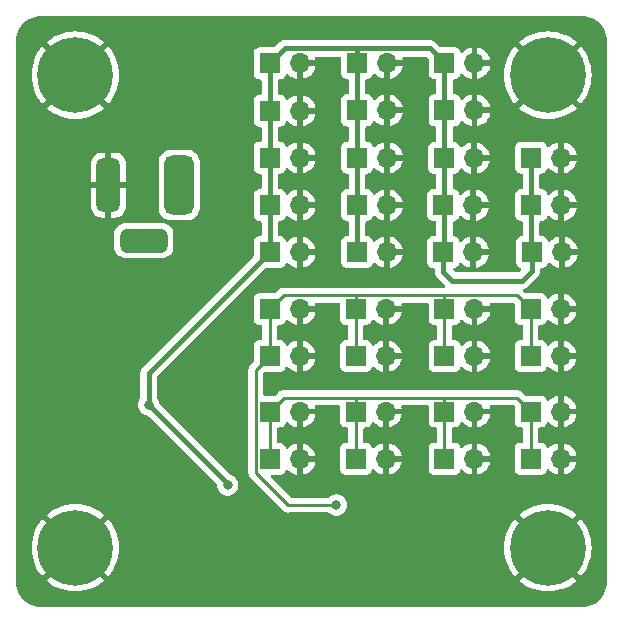
<source format=gbl>
%TF.GenerationSoftware,KiCad,Pcbnew,7.0.10-7.0.10~ubuntu22.04.1*%
%TF.CreationDate,2024-01-03T18:05:14-08:00*%
%TF.ProjectId,YamhillPowerDistribution,59616d68-696c-46c5-906f-776572446973,A*%
%TF.SameCoordinates,Original*%
%TF.FileFunction,Copper,L2,Bot*%
%TF.FilePolarity,Positive*%
%FSLAX46Y46*%
G04 Gerber Fmt 4.6, Leading zero omitted, Abs format (unit mm)*
G04 Created by KiCad (PCBNEW 7.0.10-7.0.10~ubuntu22.04.1) date 2024-01-03 18:05:14*
%MOMM*%
%LPD*%
G01*
G04 APERTURE LIST*
G04 Aperture macros list*
%AMRoundRect*
0 Rectangle with rounded corners*
0 $1 Rounding radius*
0 $2 $3 $4 $5 $6 $7 $8 $9 X,Y pos of 4 corners*
0 Add a 4 corners polygon primitive as box body*
4,1,4,$2,$3,$4,$5,$6,$7,$8,$9,$2,$3,0*
0 Add four circle primitives for the rounded corners*
1,1,$1+$1,$2,$3*
1,1,$1+$1,$4,$5*
1,1,$1+$1,$6,$7*
1,1,$1+$1,$8,$9*
0 Add four rect primitives between the rounded corners*
20,1,$1+$1,$2,$3,$4,$5,0*
20,1,$1+$1,$4,$5,$6,$7,0*
20,1,$1+$1,$6,$7,$8,$9,0*
20,1,$1+$1,$8,$9,$2,$3,0*%
G04 Aperture macros list end*
%TA.AperFunction,ComponentPad*%
%ADD10C,0.800000*%
%TD*%
%TA.AperFunction,ComponentPad*%
%ADD11C,6.400000*%
%TD*%
%TA.AperFunction,ComponentPad*%
%ADD12R,1.700000X1.700000*%
%TD*%
%TA.AperFunction,ComponentPad*%
%ADD13O,1.700000X1.700000*%
%TD*%
%TA.AperFunction,ComponentPad*%
%ADD14RoundRect,0.625000X-0.625000X1.875000X-0.625000X-1.875000X0.625000X-1.875000X0.625000X1.875000X0*%
%TD*%
%TA.AperFunction,ComponentPad*%
%ADD15RoundRect,0.500000X-0.500000X1.750000X-0.500000X-1.750000X0.500000X-1.750000X0.500000X1.750000X0*%
%TD*%
%TA.AperFunction,ComponentPad*%
%ADD16RoundRect,0.500000X-1.500000X0.500000X-1.500000X-0.500000X1.500000X-0.500000X1.500000X0.500000X0*%
%TD*%
%TA.AperFunction,ViaPad*%
%ADD17C,0.800000*%
%TD*%
%TA.AperFunction,Conductor*%
%ADD18C,0.400000*%
%TD*%
%TA.AperFunction,Conductor*%
%ADD19C,0.250000*%
%TD*%
G04 APERTURE END LIST*
D10*
%TO.P,H3,1,1*%
%TO.N,GND*%
X102600000Y-95000000D03*
X103302944Y-93302944D03*
X103302944Y-96697056D03*
X105000000Y-92600000D03*
D11*
X105000000Y-95000000D03*
D10*
X105000000Y-97400000D03*
X106697056Y-93302944D03*
X106697056Y-96697056D03*
X107400000Y-95000000D03*
%TD*%
D12*
%TO.P,J33,1,Pin_1*%
%TO.N,Net-(D1-K)*%
X128860000Y-66000000D03*
D13*
%TO.P,J33,2,Pin_2*%
%TO.N,GND*%
X131400000Y-66000000D03*
%TD*%
D12*
%TO.P,J14,1,Pin_1*%
%TO.N,Net-(D1-K)*%
X136250000Y-53975000D03*
D13*
%TO.P,J14,2,Pin_2*%
%TO.N,GND*%
X138790000Y-53975000D03*
%TD*%
D12*
%TO.P,J5,1,Pin_1*%
%TO.N,Net-(D4-A)*%
X143550000Y-74800000D03*
D13*
%TO.P,J5,2,Pin_2*%
%TO.N,GND*%
X146090000Y-74800000D03*
%TD*%
D12*
%TO.P,J9,1,Pin_1*%
%TO.N,Net-(D4-A)*%
X143550000Y-78775000D03*
D13*
%TO.P,J9,2,Pin_2*%
%TO.N,GND*%
X146090000Y-78775000D03*
%TD*%
D12*
%TO.P,J13,1,Pin_1*%
%TO.N,Net-(D1-K)*%
X128850000Y-53975000D03*
D13*
%TO.P,J13,2,Pin_2*%
%TO.N,GND*%
X131390000Y-53975000D03*
%TD*%
D12*
%TO.P,J2,1,Pin_1*%
%TO.N,Net-(D4-A)*%
X121450000Y-74800000D03*
D13*
%TO.P,J2,2,Pin_2*%
%TO.N,GND*%
X123990000Y-74800000D03*
%TD*%
D10*
%TO.P,H2,1,1*%
%TO.N,GND*%
X142600000Y-55000000D03*
X143302944Y-53302944D03*
X143302944Y-56697056D03*
X145000000Y-52600000D03*
D11*
X145000000Y-55000000D03*
D10*
X145000000Y-57400000D03*
X146697056Y-53302944D03*
X146697056Y-56697056D03*
X147400000Y-55000000D03*
%TD*%
D12*
%TO.P,J22,1,Pin_1*%
%TO.N,Net-(D3-A)*%
X128750000Y-87475000D03*
D13*
%TO.P,J22,2,Pin_2*%
%TO.N,GND*%
X131290000Y-87475000D03*
%TD*%
D12*
%TO.P,J24,1,Pin_1*%
%TO.N,Net-(D3-A)*%
X143550000Y-83475000D03*
D13*
%TO.P,J24,2,Pin_2*%
%TO.N,GND*%
X146090000Y-83475000D03*
%TD*%
D12*
%TO.P,J3,1,Pin_1*%
%TO.N,Net-(D4-A)*%
X128750000Y-74800000D03*
D13*
%TO.P,J3,2,Pin_2*%
%TO.N,GND*%
X131290000Y-74800000D03*
%TD*%
D12*
%TO.P,J26,1,Pin_1*%
%TO.N,Net-(D1-K)*%
X121450000Y-69975000D03*
D13*
%TO.P,J26,2,Pin_2*%
%TO.N,GND*%
X123990000Y-69975000D03*
%TD*%
D12*
%TO.P,J17,1,Pin_1*%
%TO.N,Net-(D1-K)*%
X136250000Y-57975000D03*
D13*
%TO.P,J17,2,Pin_2*%
%TO.N,GND*%
X138790000Y-57975000D03*
%TD*%
D12*
%TO.P,J4,1,Pin_1*%
%TO.N,Net-(D4-A)*%
X136250000Y-74800000D03*
D13*
%TO.P,J4,2,Pin_2*%
%TO.N,GND*%
X138790000Y-74800000D03*
%TD*%
D12*
%TO.P,J29,1,Pin_1*%
%TO.N,Net-(D1-K)*%
X143650000Y-69975000D03*
D13*
%TO.P,J29,2,Pin_2*%
%TO.N,GND*%
X146190000Y-69975000D03*
%TD*%
D12*
%TO.P,J6,1,Pin_1*%
%TO.N,Net-(D4-A)*%
X121450000Y-78775000D03*
D13*
%TO.P,J6,2,Pin_2*%
%TO.N,GND*%
X123990000Y-78775000D03*
%TD*%
D12*
%TO.P,J16,1,Pin_1*%
%TO.N,Net-(D1-K)*%
X128850000Y-57975000D03*
D13*
%TO.P,J16,2,Pin_2*%
%TO.N,GND*%
X131390000Y-57975000D03*
%TD*%
D12*
%TO.P,J20,1,Pin_1*%
%TO.N,Net-(D3-A)*%
X143550000Y-87475000D03*
D13*
%TO.P,J20,2,Pin_2*%
%TO.N,GND*%
X146090000Y-87475000D03*
%TD*%
D12*
%TO.P,J8,1,Pin_1*%
%TO.N,Net-(D4-A)*%
X136250000Y-78775000D03*
D13*
%TO.P,J8,2,Pin_2*%
%TO.N,GND*%
X138790000Y-78775000D03*
%TD*%
D12*
%TO.P,J10,1,Pin_1*%
%TO.N,Net-(D1-K)*%
X121450000Y-61975000D03*
D13*
%TO.P,J10,2,Pin_2*%
%TO.N,GND*%
X123990000Y-61975000D03*
%TD*%
D10*
%TO.P,H4,1,1*%
%TO.N,GND*%
X142600000Y-95000000D03*
X143302944Y-93302944D03*
X143302944Y-96697056D03*
X145000000Y-92600000D03*
D11*
X145000000Y-95000000D03*
D10*
X145000000Y-97400000D03*
X146697056Y-93302944D03*
X146697056Y-96697056D03*
X147400000Y-95000000D03*
%TD*%
D12*
%TO.P,J11,1,Pin_1*%
%TO.N,Net-(D1-K)*%
X128850000Y-61975000D03*
D13*
%TO.P,J11,2,Pin_2*%
%TO.N,GND*%
X131390000Y-61975000D03*
%TD*%
D12*
%TO.P,J21,1,Pin_1*%
%TO.N,Net-(D3-A)*%
X136250000Y-87475000D03*
D13*
%TO.P,J21,2,Pin_2*%
%TO.N,GND*%
X138790000Y-87475000D03*
%TD*%
D12*
%TO.P,J28,1,Pin_1*%
%TO.N,Net-(D1-K)*%
X136150000Y-69975000D03*
D13*
%TO.P,J28,2,Pin_2*%
%TO.N,GND*%
X138690000Y-69975000D03*
%TD*%
D12*
%TO.P,J7,1,Pin_1*%
%TO.N,Net-(D4-A)*%
X128750000Y-78775000D03*
D13*
%TO.P,J7,2,Pin_2*%
%TO.N,GND*%
X131290000Y-78775000D03*
%TD*%
D10*
%TO.P,H1,1,1*%
%TO.N,GND*%
X102600000Y-55000000D03*
X103302944Y-53302944D03*
X103302944Y-56697056D03*
X105000000Y-52600000D03*
D11*
X105000000Y-55000000D03*
D10*
X105000000Y-57400000D03*
X106697056Y-53302944D03*
X106697056Y-56697056D03*
X107400000Y-55000000D03*
%TD*%
D12*
%TO.P,J34,1,Pin_1*%
%TO.N,Net-(D1-K)*%
X136150000Y-66000000D03*
D13*
%TO.P,J34,2,Pin_2*%
%TO.N,GND*%
X138690000Y-66000000D03*
%TD*%
D12*
%TO.P,J31,1,Pin_1*%
%TO.N,Net-(D1-K)*%
X143590000Y-61975000D03*
D13*
%TO.P,J31,2,Pin_2*%
%TO.N,GND*%
X146130000Y-61975000D03*
%TD*%
D14*
%TO.P,J1,1*%
%TO.N,Net-(F1-Pad2)*%
X113800000Y-64300000D03*
D15*
%TO.P,J1,2*%
%TO.N,GND*%
X107800000Y-64300000D03*
D16*
%TO.P,J1,3*%
%TO.N,unconnected-(J1-Pad3)*%
X110800000Y-69000000D03*
%TD*%
D12*
%TO.P,J23,1,Pin_1*%
%TO.N,Net-(D3-A)*%
X121460000Y-87500000D03*
D13*
%TO.P,J23,2,Pin_2*%
%TO.N,GND*%
X124000000Y-87500000D03*
%TD*%
D12*
%TO.P,J15,1,Pin_1*%
%TO.N,Net-(D1-K)*%
X121460000Y-58000000D03*
D13*
%TO.P,J15,2,Pin_2*%
%TO.N,GND*%
X124000000Y-58000000D03*
%TD*%
D12*
%TO.P,J12,1,Pin_1*%
%TO.N,Net-(D1-K)*%
X121460000Y-54000000D03*
D13*
%TO.P,J12,2,Pin_2*%
%TO.N,GND*%
X124000000Y-54000000D03*
%TD*%
D12*
%TO.P,J18,1,Pin_1*%
%TO.N,Net-(D3-A)*%
X121450000Y-83475000D03*
D13*
%TO.P,J18,2,Pin_2*%
%TO.N,GND*%
X123990000Y-83475000D03*
%TD*%
D12*
%TO.P,J35,1,Pin_1*%
%TO.N,Net-(D1-K)*%
X143600000Y-66000000D03*
D13*
%TO.P,J35,2,Pin_2*%
%TO.N,GND*%
X146140000Y-66000000D03*
%TD*%
D12*
%TO.P,J19,1,Pin_1*%
%TO.N,Net-(D3-A)*%
X128750000Y-83475000D03*
D13*
%TO.P,J19,2,Pin_2*%
%TO.N,GND*%
X131290000Y-83475000D03*
%TD*%
D12*
%TO.P,J25,1,Pin_1*%
%TO.N,Net-(D3-A)*%
X136250000Y-83475000D03*
D13*
%TO.P,J25,2,Pin_2*%
%TO.N,GND*%
X138790000Y-83475000D03*
%TD*%
D12*
%TO.P,J32,1,Pin_1*%
%TO.N,Net-(D1-K)*%
X121460000Y-66000000D03*
D13*
%TO.P,J32,2,Pin_2*%
%TO.N,GND*%
X124000000Y-66000000D03*
%TD*%
D12*
%TO.P,J30,1,Pin_1*%
%TO.N,Net-(D1-K)*%
X136200000Y-62000000D03*
D13*
%TO.P,J30,2,Pin_2*%
%TO.N,GND*%
X138740000Y-62000000D03*
%TD*%
D12*
%TO.P,J27,1,Pin_1*%
%TO.N,Net-(D1-K)*%
X128850000Y-69975000D03*
D13*
%TO.P,J27,2,Pin_2*%
%TO.N,GND*%
X131390000Y-69975000D03*
%TD*%
D17*
%TO.N,Net-(D1-K)*%
X117900000Y-89700000D03*
X111200000Y-82900000D03*
%TO.N,Net-(D4-A)*%
X127100000Y-91400000D03*
%TD*%
D18*
%TO.N,Net-(D1-K)*%
X128850000Y-53975000D02*
X128850000Y-52775000D01*
X142800000Y-72400000D02*
X136900000Y-72400000D01*
X111200000Y-80225000D02*
X121450000Y-69975000D01*
X136150000Y-71650000D02*
X136150000Y-69975000D01*
X117900000Y-89600000D02*
X111200000Y-82900000D01*
X143650000Y-69975000D02*
X143650000Y-71550000D01*
X136900000Y-72400000D02*
X136150000Y-71650000D01*
X111200000Y-82900000D02*
X111200000Y-80225000D01*
X121460000Y-54000000D02*
X122735000Y-52725000D01*
X143590000Y-61975000D02*
X143590000Y-69915000D01*
X128850000Y-53975000D02*
X128850000Y-69975000D01*
X136250000Y-53975000D02*
X136250000Y-69875000D01*
X128800000Y-52725000D02*
X135000000Y-52725000D01*
X143650000Y-71550000D02*
X142800000Y-72400000D01*
X135000000Y-52725000D02*
X136250000Y-53975000D01*
X121460000Y-69965000D02*
X121450000Y-69975000D01*
X136250000Y-69875000D02*
X136150000Y-69975000D01*
X121460000Y-54000000D02*
X121460000Y-69965000D01*
X122735000Y-52725000D02*
X128800000Y-52725000D01*
X117900000Y-89700000D02*
X117900000Y-89600000D01*
X143590000Y-69915000D02*
X143650000Y-69975000D01*
X128850000Y-52775000D02*
X128800000Y-52725000D01*
D19*
%TO.N,Net-(D4-A)*%
X128750000Y-73675000D02*
X128800000Y-73625000D01*
X121450000Y-74800000D02*
X122625000Y-73625000D01*
X128750000Y-74800000D02*
X128750000Y-73675000D01*
X136250000Y-74800000D02*
X136250000Y-78775000D01*
X120275000Y-88665000D02*
X120275000Y-79950000D01*
X142375000Y-73625000D02*
X143550000Y-74800000D01*
X136200000Y-73625000D02*
X142375000Y-73625000D01*
X120275000Y-79950000D02*
X121450000Y-78775000D01*
X123010000Y-91400000D02*
X120275000Y-88665000D01*
X128800000Y-73625000D02*
X136200000Y-73625000D01*
X136250000Y-74800000D02*
X136250000Y-73675000D01*
X122625000Y-73625000D02*
X128800000Y-73625000D01*
X121450000Y-74800000D02*
X121450000Y-78775000D01*
X143550000Y-74800000D02*
X143550000Y-78775000D01*
X136250000Y-73675000D02*
X136200000Y-73625000D01*
X127100000Y-91400000D02*
X123010000Y-91400000D01*
X128750000Y-74800000D02*
X128750000Y-78775000D01*
%TO.N,Net-(D3-A)*%
X128750000Y-83475000D02*
X128750000Y-87475000D01*
X128800000Y-82300000D02*
X136200000Y-82300000D01*
X122625000Y-82300000D02*
X128800000Y-82300000D01*
X121450000Y-83475000D02*
X122625000Y-82300000D01*
X136250000Y-83475000D02*
X136250000Y-87475000D01*
X128750000Y-83475000D02*
X128750000Y-82350000D01*
X121450000Y-83475000D02*
X121450000Y-87490000D01*
X136200000Y-82300000D02*
X142375000Y-82300000D01*
X136250000Y-83475000D02*
X136250000Y-82350000D01*
X143550000Y-83475000D02*
X143550000Y-87475000D01*
X121450000Y-87490000D02*
X121460000Y-87500000D01*
X142375000Y-82300000D02*
X143550000Y-83475000D01*
X136250000Y-82350000D02*
X136200000Y-82300000D01*
X128750000Y-82350000D02*
X128800000Y-82300000D01*
%TD*%
%TA.AperFunction,Conductor*%
%TO.N,GND*%
G36*
X106856420Y-96502867D02*
G01*
X106794601Y-96461561D01*
X106721680Y-96447056D01*
X106672432Y-96447056D01*
X106599511Y-96461561D01*
X106516816Y-96516816D01*
X106461561Y-96599511D01*
X106442158Y-96697056D01*
X106461561Y-96794601D01*
X106502867Y-96856420D01*
X105944180Y-96297733D01*
X106134870Y-96134870D01*
X106297733Y-95944180D01*
X106856420Y-96502867D01*
G37*
%TD.AperFunction*%
%TA.AperFunction,Conductor*%
G36*
X103865130Y-96134870D02*
G01*
X104055819Y-96297733D01*
X103497135Y-96856416D01*
X103538439Y-96794601D01*
X103557842Y-96697056D01*
X103538439Y-96599511D01*
X103483184Y-96516816D01*
X103400489Y-96461561D01*
X103327568Y-96447056D01*
X103278320Y-96447056D01*
X103205399Y-96461561D01*
X103143577Y-96502868D01*
X103702266Y-95944180D01*
X103865130Y-96134870D01*
G37*
%TD.AperFunction*%
%TA.AperFunction,Conductor*%
G36*
X104055819Y-93702266D02*
G01*
X103865130Y-93865130D01*
X103702266Y-94055818D01*
X103143582Y-93497134D01*
X103205399Y-93538439D01*
X103278320Y-93552944D01*
X103327568Y-93552944D01*
X103400489Y-93538439D01*
X103483184Y-93483184D01*
X103538439Y-93400489D01*
X103557842Y-93302944D01*
X103538439Y-93205399D01*
X103497133Y-93143581D01*
X104055819Y-93702266D01*
G37*
%TD.AperFunction*%
%TA.AperFunction,Conductor*%
G36*
X106461561Y-93205399D02*
G01*
X106442158Y-93302944D01*
X106461561Y-93400489D01*
X106516816Y-93483184D01*
X106599511Y-93538439D01*
X106672432Y-93552944D01*
X106721680Y-93552944D01*
X106794601Y-93538439D01*
X106856415Y-93497135D01*
X106297732Y-94055818D01*
X106134870Y-93865130D01*
X105944180Y-93702266D01*
X106502867Y-93143578D01*
X106461561Y-93205399D01*
G37*
%TD.AperFunction*%
%TA.AperFunction,Conductor*%
G36*
X146856420Y-96502867D02*
G01*
X146794601Y-96461561D01*
X146721680Y-96447056D01*
X146672432Y-96447056D01*
X146599511Y-96461561D01*
X146516816Y-96516816D01*
X146461561Y-96599511D01*
X146442158Y-96697056D01*
X146461561Y-96794601D01*
X146502867Y-96856420D01*
X145944180Y-96297733D01*
X146134870Y-96134870D01*
X146297733Y-95944180D01*
X146856420Y-96502867D01*
G37*
%TD.AperFunction*%
%TA.AperFunction,Conductor*%
G36*
X143865130Y-96134870D02*
G01*
X144055819Y-96297733D01*
X143497135Y-96856416D01*
X143538439Y-96794601D01*
X143557842Y-96697056D01*
X143538439Y-96599511D01*
X143483184Y-96516816D01*
X143400489Y-96461561D01*
X143327568Y-96447056D01*
X143278320Y-96447056D01*
X143205399Y-96461561D01*
X143143577Y-96502868D01*
X143702266Y-95944180D01*
X143865130Y-96134870D01*
G37*
%TD.AperFunction*%
%TA.AperFunction,Conductor*%
G36*
X144055819Y-93702266D02*
G01*
X143865130Y-93865130D01*
X143702266Y-94055818D01*
X143143582Y-93497134D01*
X143205399Y-93538439D01*
X143278320Y-93552944D01*
X143327568Y-93552944D01*
X143400489Y-93538439D01*
X143483184Y-93483184D01*
X143538439Y-93400489D01*
X143557842Y-93302944D01*
X143538439Y-93205399D01*
X143497133Y-93143581D01*
X144055819Y-93702266D01*
G37*
%TD.AperFunction*%
%TA.AperFunction,Conductor*%
G36*
X146461561Y-93205399D02*
G01*
X146442158Y-93302944D01*
X146461561Y-93400489D01*
X146516816Y-93483184D01*
X146599511Y-93538439D01*
X146672432Y-93552944D01*
X146721680Y-93552944D01*
X146794601Y-93538439D01*
X146856415Y-93497135D01*
X146297732Y-94055818D01*
X146134870Y-93865130D01*
X145944180Y-93702266D01*
X146502867Y-93143578D01*
X146461561Y-93205399D01*
G37*
%TD.AperFunction*%
%TA.AperFunction,Conductor*%
G36*
X106856420Y-56502867D02*
G01*
X106794601Y-56461561D01*
X106721680Y-56447056D01*
X106672432Y-56447056D01*
X106599511Y-56461561D01*
X106516816Y-56516816D01*
X106461561Y-56599511D01*
X106442158Y-56697056D01*
X106461561Y-56794601D01*
X106502867Y-56856420D01*
X105944180Y-56297733D01*
X106134870Y-56134870D01*
X106297733Y-55944180D01*
X106856420Y-56502867D01*
G37*
%TD.AperFunction*%
%TA.AperFunction,Conductor*%
G36*
X103865130Y-56134870D02*
G01*
X104055819Y-56297733D01*
X103497135Y-56856416D01*
X103538439Y-56794601D01*
X103557842Y-56697056D01*
X103538439Y-56599511D01*
X103483184Y-56516816D01*
X103400489Y-56461561D01*
X103327568Y-56447056D01*
X103278320Y-56447056D01*
X103205399Y-56461561D01*
X103143577Y-56502868D01*
X103702266Y-55944180D01*
X103865130Y-56134870D01*
G37*
%TD.AperFunction*%
%TA.AperFunction,Conductor*%
G36*
X104055819Y-53702266D02*
G01*
X103865130Y-53865130D01*
X103702266Y-54055818D01*
X103143582Y-53497134D01*
X103205399Y-53538439D01*
X103278320Y-53552944D01*
X103327568Y-53552944D01*
X103400489Y-53538439D01*
X103483184Y-53483184D01*
X103538439Y-53400489D01*
X103557842Y-53302944D01*
X103538439Y-53205399D01*
X103497133Y-53143581D01*
X104055819Y-53702266D01*
G37*
%TD.AperFunction*%
%TA.AperFunction,Conductor*%
G36*
X106461561Y-53205399D02*
G01*
X106442158Y-53302944D01*
X106461561Y-53400489D01*
X106516816Y-53483184D01*
X106599511Y-53538439D01*
X106672432Y-53552944D01*
X106721680Y-53552944D01*
X106794601Y-53538439D01*
X106856415Y-53497135D01*
X106297732Y-54055818D01*
X106134870Y-53865130D01*
X105944180Y-53702266D01*
X106502867Y-53143578D01*
X106461561Y-53205399D01*
G37*
%TD.AperFunction*%
%TA.AperFunction,Conductor*%
G36*
X146856420Y-56502867D02*
G01*
X146794601Y-56461561D01*
X146721680Y-56447056D01*
X146672432Y-56447056D01*
X146599511Y-56461561D01*
X146516816Y-56516816D01*
X146461561Y-56599511D01*
X146442158Y-56697056D01*
X146461561Y-56794601D01*
X146502867Y-56856420D01*
X145944180Y-56297733D01*
X146134870Y-56134870D01*
X146297733Y-55944180D01*
X146856420Y-56502867D01*
G37*
%TD.AperFunction*%
%TA.AperFunction,Conductor*%
G36*
X143865130Y-56134870D02*
G01*
X144055819Y-56297733D01*
X143497135Y-56856416D01*
X143538439Y-56794601D01*
X143557842Y-56697056D01*
X143538439Y-56599511D01*
X143483184Y-56516816D01*
X143400489Y-56461561D01*
X143327568Y-56447056D01*
X143278320Y-56447056D01*
X143205399Y-56461561D01*
X143143577Y-56502868D01*
X143702266Y-55944180D01*
X143865130Y-56134870D01*
G37*
%TD.AperFunction*%
%TA.AperFunction,Conductor*%
G36*
X144055819Y-53702266D02*
G01*
X143865130Y-53865130D01*
X143702266Y-54055818D01*
X143143582Y-53497134D01*
X143205399Y-53538439D01*
X143278320Y-53552944D01*
X143327568Y-53552944D01*
X143400489Y-53538439D01*
X143483184Y-53483184D01*
X143538439Y-53400489D01*
X143557842Y-53302944D01*
X143538439Y-53205399D01*
X143497133Y-53143581D01*
X144055819Y-53702266D01*
G37*
%TD.AperFunction*%
%TA.AperFunction,Conductor*%
G36*
X146461561Y-53205399D02*
G01*
X146442158Y-53302944D01*
X146461561Y-53400489D01*
X146516816Y-53483184D01*
X146599511Y-53538439D01*
X146672432Y-53552944D01*
X146721680Y-53552944D01*
X146794601Y-53538439D01*
X146856415Y-53497135D01*
X146297732Y-54055818D01*
X146134870Y-53865130D01*
X145944180Y-53702266D01*
X146502867Y-53143578D01*
X146461561Y-53205399D01*
G37*
%TD.AperFunction*%
%TA.AperFunction,Conductor*%
G36*
X148055180Y-50009514D02*
G01*
X148059551Y-50009592D01*
X148202327Y-50014707D01*
X148215512Y-50015887D01*
X148345168Y-50034530D01*
X148351679Y-50035645D01*
X148388330Y-50042936D01*
X148390429Y-50043372D01*
X148419731Y-50049747D01*
X148428286Y-50051930D01*
X148688646Y-50128378D01*
X148705211Y-50134558D01*
X148947983Y-50245427D01*
X148963507Y-50253904D01*
X149188036Y-50398200D01*
X149202200Y-50408802D01*
X149403907Y-50583582D01*
X149416417Y-50596092D01*
X149591197Y-50797799D01*
X149601799Y-50811963D01*
X149746095Y-51036492D01*
X149754574Y-51052020D01*
X149865439Y-51294782D01*
X149871622Y-51311358D01*
X149948066Y-51571703D01*
X149950255Y-51580278D01*
X149956614Y-51609508D01*
X149957066Y-51611679D01*
X149964352Y-51648312D01*
X149965472Y-51654854D01*
X149984110Y-51784483D01*
X149985293Y-51797692D01*
X149990405Y-51940433D01*
X149990484Y-51944846D01*
X149999500Y-97491809D01*
X149999500Y-97865542D01*
X149999421Y-97869956D01*
X149989857Y-98138453D01*
X149988674Y-98151686D01*
X149950969Y-98413929D01*
X149947208Y-98431217D01*
X149871622Y-98688641D01*
X149865439Y-98705217D01*
X149754574Y-98947979D01*
X149746095Y-98963507D01*
X149601799Y-99188036D01*
X149591197Y-99202200D01*
X149416417Y-99403907D01*
X149403907Y-99416417D01*
X149202200Y-99591197D01*
X149188036Y-99601799D01*
X148963507Y-99746095D01*
X148947979Y-99754574D01*
X148705217Y-99865439D01*
X148688641Y-99871622D01*
X148432548Y-99946817D01*
X148415260Y-99950578D01*
X148148892Y-99988875D01*
X148135671Y-99990058D01*
X147873532Y-99999421D01*
X147869106Y-99999500D01*
X102130894Y-99999500D01*
X102126468Y-99999421D01*
X101864328Y-99990058D01*
X101851107Y-99988875D01*
X101584739Y-99950578D01*
X101567451Y-99946817D01*
X101311358Y-99871622D01*
X101294782Y-99865439D01*
X101052020Y-99754574D01*
X101036492Y-99746095D01*
X100811963Y-99601799D01*
X100797799Y-99591197D01*
X100596092Y-99416417D01*
X100583582Y-99403907D01*
X100408802Y-99202200D01*
X100398200Y-99188036D01*
X100253904Y-98963507D01*
X100245425Y-98947979D01*
X100134560Y-98705217D01*
X100128377Y-98688641D01*
X100127243Y-98684780D01*
X100053181Y-98432546D01*
X100049422Y-98415266D01*
X100011123Y-98148880D01*
X100009942Y-98135684D01*
X100000579Y-97873531D01*
X100000500Y-97869105D01*
X100000500Y-95000000D01*
X101294922Y-95000000D01*
X101315219Y-95387287D01*
X101375886Y-95770323D01*
X101375887Y-95770330D01*
X101476262Y-96144936D01*
X101615244Y-96506994D01*
X101791310Y-96852543D01*
X102002531Y-97177793D01*
X102211095Y-97435350D01*
X102211096Y-97435350D01*
X103108756Y-96537689D01*
X103067449Y-96599511D01*
X103048046Y-96697056D01*
X103067449Y-96794601D01*
X103122704Y-96877296D01*
X103205399Y-96932551D01*
X103278320Y-96947056D01*
X103327568Y-96947056D01*
X103400489Y-96932551D01*
X103462304Y-96891247D01*
X102564648Y-97788903D01*
X102564649Y-97788904D01*
X102822206Y-97997468D01*
X103147456Y-98208689D01*
X103493005Y-98384755D01*
X103855063Y-98523737D01*
X104229669Y-98624112D01*
X104229676Y-98624113D01*
X104612712Y-98684780D01*
X104999999Y-98705078D01*
X105000001Y-98705078D01*
X105387287Y-98684780D01*
X105770323Y-98624113D01*
X105770330Y-98624112D01*
X106144936Y-98523737D01*
X106506994Y-98384755D01*
X106852543Y-98208689D01*
X107177783Y-97997476D01*
X107177785Y-97997475D01*
X107435349Y-97788902D01*
X106537691Y-96891244D01*
X106599511Y-96932551D01*
X106672432Y-96947056D01*
X106721680Y-96947056D01*
X106794601Y-96932551D01*
X106877296Y-96877296D01*
X106932551Y-96794601D01*
X106951954Y-96697056D01*
X106932551Y-96599511D01*
X106891244Y-96537691D01*
X107788902Y-97435349D01*
X107997475Y-97177785D01*
X107997476Y-97177783D01*
X108208689Y-96852543D01*
X108384755Y-96506994D01*
X108523737Y-96144936D01*
X108624112Y-95770330D01*
X108624113Y-95770323D01*
X108684780Y-95387287D01*
X108705078Y-95000000D01*
X141294922Y-95000000D01*
X141315219Y-95387287D01*
X141375886Y-95770323D01*
X141375887Y-95770330D01*
X141476262Y-96144936D01*
X141615244Y-96506994D01*
X141791310Y-96852543D01*
X142002531Y-97177793D01*
X142211095Y-97435350D01*
X142211096Y-97435350D01*
X143108756Y-96537689D01*
X143067449Y-96599511D01*
X143048046Y-96697056D01*
X143067449Y-96794601D01*
X143122704Y-96877296D01*
X143205399Y-96932551D01*
X143278320Y-96947056D01*
X143327568Y-96947056D01*
X143400489Y-96932551D01*
X143462304Y-96891247D01*
X142564648Y-97788903D01*
X142564649Y-97788904D01*
X142822206Y-97997468D01*
X143147456Y-98208689D01*
X143493005Y-98384755D01*
X143855063Y-98523737D01*
X144229669Y-98624112D01*
X144229676Y-98624113D01*
X144612712Y-98684780D01*
X144999999Y-98705078D01*
X145000001Y-98705078D01*
X145387287Y-98684780D01*
X145770323Y-98624113D01*
X145770330Y-98624112D01*
X146144936Y-98523737D01*
X146506994Y-98384755D01*
X146852543Y-98208689D01*
X147177783Y-97997476D01*
X147177785Y-97997475D01*
X147435349Y-97788902D01*
X146537691Y-96891244D01*
X146599511Y-96932551D01*
X146672432Y-96947056D01*
X146721680Y-96947056D01*
X146794601Y-96932551D01*
X146877296Y-96877296D01*
X146932551Y-96794601D01*
X146951954Y-96697056D01*
X146932551Y-96599511D01*
X146891244Y-96537691D01*
X147788902Y-97435349D01*
X147997475Y-97177785D01*
X147997476Y-97177783D01*
X148208689Y-96852543D01*
X148384755Y-96506994D01*
X148523737Y-96144936D01*
X148624112Y-95770330D01*
X148624113Y-95770323D01*
X148684780Y-95387287D01*
X148705078Y-95000000D01*
X148705078Y-94999999D01*
X148684780Y-94612712D01*
X148624113Y-94229676D01*
X148624112Y-94229669D01*
X148523737Y-93855063D01*
X148384755Y-93493005D01*
X148208689Y-93147456D01*
X147997468Y-92822206D01*
X147788904Y-92564649D01*
X147788903Y-92564648D01*
X146891247Y-93462303D01*
X146932551Y-93400489D01*
X146951954Y-93302944D01*
X146932551Y-93205399D01*
X146877296Y-93122704D01*
X146794601Y-93067449D01*
X146721680Y-93052944D01*
X146672432Y-93052944D01*
X146599511Y-93067449D01*
X146537690Y-93108755D01*
X147435350Y-92211096D01*
X147435350Y-92211095D01*
X147177793Y-92002531D01*
X146852543Y-91791310D01*
X146506994Y-91615244D01*
X146144936Y-91476262D01*
X145770330Y-91375887D01*
X145770323Y-91375886D01*
X145387287Y-91315219D01*
X145000001Y-91294922D01*
X144999999Y-91294922D01*
X144612712Y-91315219D01*
X144229676Y-91375886D01*
X144229669Y-91375887D01*
X143855063Y-91476262D01*
X143493005Y-91615244D01*
X143147456Y-91791310D01*
X142822206Y-92002531D01*
X142564648Y-92211095D01*
X142564648Y-92211096D01*
X143462306Y-93108754D01*
X143400489Y-93067449D01*
X143327568Y-93052944D01*
X143278320Y-93052944D01*
X143205399Y-93067449D01*
X143122704Y-93122704D01*
X143067449Y-93205399D01*
X143048046Y-93302944D01*
X143067449Y-93400489D01*
X143108753Y-93462305D01*
X142211096Y-92564648D01*
X142211095Y-92564648D01*
X142002531Y-92822206D01*
X141791310Y-93147456D01*
X141615244Y-93493005D01*
X141476262Y-93855063D01*
X141375887Y-94229669D01*
X141375886Y-94229676D01*
X141315219Y-94612712D01*
X141294922Y-94999999D01*
X141294922Y-95000000D01*
X108705078Y-95000000D01*
X108705078Y-94999999D01*
X108684780Y-94612712D01*
X108624113Y-94229676D01*
X108624112Y-94229669D01*
X108523737Y-93855063D01*
X108384755Y-93493005D01*
X108208689Y-93147456D01*
X107997468Y-92822206D01*
X107788904Y-92564649D01*
X107788903Y-92564648D01*
X106891247Y-93462303D01*
X106932551Y-93400489D01*
X106951954Y-93302944D01*
X106932551Y-93205399D01*
X106877296Y-93122704D01*
X106794601Y-93067449D01*
X106721680Y-93052944D01*
X106672432Y-93052944D01*
X106599511Y-93067449D01*
X106537690Y-93108755D01*
X107435350Y-92211096D01*
X107435350Y-92211095D01*
X107177793Y-92002531D01*
X106852543Y-91791310D01*
X106506994Y-91615244D01*
X106144936Y-91476262D01*
X105770330Y-91375887D01*
X105770323Y-91375886D01*
X105387287Y-91315219D01*
X105000001Y-91294922D01*
X104999999Y-91294922D01*
X104612712Y-91315219D01*
X104229676Y-91375886D01*
X104229669Y-91375887D01*
X103855063Y-91476262D01*
X103493005Y-91615244D01*
X103147456Y-91791310D01*
X102822206Y-92002531D01*
X102564648Y-92211095D01*
X102564648Y-92211096D01*
X103462306Y-93108754D01*
X103400489Y-93067449D01*
X103327568Y-93052944D01*
X103278320Y-93052944D01*
X103205399Y-93067449D01*
X103122704Y-93122704D01*
X103067449Y-93205399D01*
X103048046Y-93302944D01*
X103067449Y-93400489D01*
X103108753Y-93462305D01*
X102211096Y-92564648D01*
X102211095Y-92564648D01*
X102002531Y-92822206D01*
X101791310Y-93147456D01*
X101615244Y-93493005D01*
X101476262Y-93855063D01*
X101375887Y-94229669D01*
X101375886Y-94229676D01*
X101315219Y-94612712D01*
X101294922Y-94999999D01*
X101294922Y-95000000D01*
X100000500Y-95000000D01*
X100000500Y-82900000D01*
X110294540Y-82900000D01*
X110314326Y-83088256D01*
X110314327Y-83088259D01*
X110372818Y-83268277D01*
X110372821Y-83268284D01*
X110467467Y-83432216D01*
X110570719Y-83546889D01*
X110594129Y-83572888D01*
X110747265Y-83684148D01*
X110747270Y-83684151D01*
X110920191Y-83761142D01*
X110920193Y-83761142D01*
X110920197Y-83761144D01*
X111075130Y-83794075D01*
X111136607Y-83827266D01*
X111137026Y-83827683D01*
X116961751Y-89652408D01*
X116995236Y-89713731D01*
X116997391Y-89727127D01*
X117014326Y-89888256D01*
X117014327Y-89888259D01*
X117072818Y-90068277D01*
X117072821Y-90068284D01*
X117167467Y-90232216D01*
X117294129Y-90372888D01*
X117447265Y-90484148D01*
X117447270Y-90484151D01*
X117620192Y-90561142D01*
X117620197Y-90561144D01*
X117805354Y-90600500D01*
X117805355Y-90600500D01*
X117994644Y-90600500D01*
X117994646Y-90600500D01*
X118179803Y-90561144D01*
X118352730Y-90484151D01*
X118505871Y-90372888D01*
X118632533Y-90232216D01*
X118727179Y-90068284D01*
X118785674Y-89888256D01*
X118805460Y-89700000D01*
X118785674Y-89511744D01*
X118727179Y-89331716D01*
X118632533Y-89167784D01*
X118505871Y-89027112D01*
X118505870Y-89027111D01*
X118352734Y-88915851D01*
X118352729Y-88915848D01*
X118179807Y-88838857D01*
X118179803Y-88838856D01*
X118151864Y-88832917D01*
X118090382Y-88799724D01*
X118089965Y-88799308D01*
X112126503Y-82835846D01*
X112093018Y-82774523D01*
X112090865Y-82761143D01*
X112085674Y-82711744D01*
X112027179Y-82531716D01*
X111932533Y-82367784D01*
X111932344Y-82367574D01*
X111932273Y-82367427D01*
X111928714Y-82362528D01*
X111929610Y-82361876D01*
X111902119Y-82304580D01*
X111900500Y-82284608D01*
X111900500Y-80566518D01*
X111920185Y-80499479D01*
X111936814Y-80478842D01*
X121053838Y-71361817D01*
X121115161Y-71328333D01*
X121141519Y-71325499D01*
X122347871Y-71325499D01*
X122347872Y-71325499D01*
X122407483Y-71319091D01*
X122542331Y-71268796D01*
X122657546Y-71182546D01*
X122743796Y-71067331D01*
X122793002Y-70935401D01*
X122834872Y-70879468D01*
X122900337Y-70855050D01*
X122968610Y-70869901D01*
X122996865Y-70891053D01*
X123118917Y-71013105D01*
X123312421Y-71148600D01*
X123526507Y-71248429D01*
X123526516Y-71248433D01*
X123740000Y-71305634D01*
X123740000Y-70410501D01*
X123847685Y-70459680D01*
X123954237Y-70475000D01*
X124025763Y-70475000D01*
X124132315Y-70459680D01*
X124240000Y-70410501D01*
X124240000Y-71305634D01*
X124453483Y-71248433D01*
X124453492Y-71248429D01*
X124667578Y-71148600D01*
X124861082Y-71013105D01*
X125028105Y-70846082D01*
X125163600Y-70652578D01*
X125263429Y-70438492D01*
X125263432Y-70438486D01*
X125320636Y-70225000D01*
X124423686Y-70225000D01*
X124449493Y-70184844D01*
X124490000Y-70046889D01*
X124490000Y-69903111D01*
X124449493Y-69765156D01*
X124423686Y-69725000D01*
X125320636Y-69725000D01*
X125320635Y-69724999D01*
X125263432Y-69511513D01*
X125263429Y-69511507D01*
X125163600Y-69297422D01*
X125163599Y-69297420D01*
X125028113Y-69103926D01*
X125028108Y-69103920D01*
X124861082Y-68936894D01*
X124667578Y-68801399D01*
X124453492Y-68701570D01*
X124453486Y-68701567D01*
X124240000Y-68644364D01*
X124240000Y-69539498D01*
X124132315Y-69490320D01*
X124025763Y-69475000D01*
X123954237Y-69475000D01*
X123847685Y-69490320D01*
X123740000Y-69539498D01*
X123740000Y-68644364D01*
X123739999Y-68644364D01*
X123526513Y-68701567D01*
X123526507Y-68701570D01*
X123312422Y-68801399D01*
X123312420Y-68801400D01*
X123118926Y-68936886D01*
X122996865Y-69058947D01*
X122935542Y-69092431D01*
X122865850Y-69087447D01*
X122809917Y-69045575D01*
X122793002Y-69014598D01*
X122743797Y-68882671D01*
X122743793Y-68882664D01*
X122657547Y-68767455D01*
X122657544Y-68767452D01*
X122542335Y-68681206D01*
X122542328Y-68681202D01*
X122407482Y-68630908D01*
X122407483Y-68630908D01*
X122347883Y-68624501D01*
X122347881Y-68624500D01*
X122347873Y-68624500D01*
X122347865Y-68624500D01*
X122284500Y-68624500D01*
X122217461Y-68604815D01*
X122171706Y-68552011D01*
X122160500Y-68500500D01*
X122160500Y-67474499D01*
X122180185Y-67407460D01*
X122232989Y-67361705D01*
X122284500Y-67350499D01*
X122357871Y-67350499D01*
X122357872Y-67350499D01*
X122417483Y-67344091D01*
X122552331Y-67293796D01*
X122667546Y-67207546D01*
X122753796Y-67092331D01*
X122803002Y-66960401D01*
X122844872Y-66904468D01*
X122910337Y-66880050D01*
X122978610Y-66894901D01*
X123006865Y-66916053D01*
X123128917Y-67038105D01*
X123322421Y-67173600D01*
X123536507Y-67273429D01*
X123536516Y-67273433D01*
X123750000Y-67330634D01*
X123750000Y-66435501D01*
X123857685Y-66484680D01*
X123964237Y-66500000D01*
X124035763Y-66500000D01*
X124142315Y-66484680D01*
X124250000Y-66435501D01*
X124250000Y-67330633D01*
X124463483Y-67273433D01*
X124463492Y-67273429D01*
X124677578Y-67173600D01*
X124871082Y-67038105D01*
X125038105Y-66871082D01*
X125173600Y-66677578D01*
X125273429Y-66463492D01*
X125273432Y-66463486D01*
X125330636Y-66250000D01*
X124433686Y-66250000D01*
X124459493Y-66209844D01*
X124500000Y-66071889D01*
X124500000Y-65928111D01*
X124459493Y-65790156D01*
X124433686Y-65750000D01*
X125330636Y-65750000D01*
X125330635Y-65749999D01*
X125273432Y-65536513D01*
X125273429Y-65536507D01*
X125173600Y-65322422D01*
X125173599Y-65322420D01*
X125038113Y-65128926D01*
X125038108Y-65128920D01*
X124871082Y-64961894D01*
X124677578Y-64826399D01*
X124463492Y-64726570D01*
X124463486Y-64726567D01*
X124250000Y-64669364D01*
X124250000Y-65564498D01*
X124142315Y-65515320D01*
X124035763Y-65500000D01*
X123964237Y-65500000D01*
X123857685Y-65515320D01*
X123750000Y-65564498D01*
X123750000Y-64669364D01*
X123749999Y-64669364D01*
X123536513Y-64726567D01*
X123536507Y-64726570D01*
X123322422Y-64826399D01*
X123322420Y-64826400D01*
X123128926Y-64961886D01*
X123006865Y-65083947D01*
X122945542Y-65117431D01*
X122875850Y-65112447D01*
X122819917Y-65070575D01*
X122803002Y-65039598D01*
X122753797Y-64907671D01*
X122753793Y-64907664D01*
X122667547Y-64792455D01*
X122667544Y-64792452D01*
X122552335Y-64706206D01*
X122552328Y-64706202D01*
X122417482Y-64655908D01*
X122417483Y-64655908D01*
X122357883Y-64649501D01*
X122357881Y-64649500D01*
X122357873Y-64649500D01*
X122357865Y-64649500D01*
X122284500Y-64649500D01*
X122217461Y-64629815D01*
X122171706Y-64577011D01*
X122160500Y-64525500D01*
X122160500Y-63449499D01*
X122180185Y-63382460D01*
X122232989Y-63336705D01*
X122284500Y-63325499D01*
X122347871Y-63325499D01*
X122347872Y-63325499D01*
X122407483Y-63319091D01*
X122542331Y-63268796D01*
X122657546Y-63182546D01*
X122743796Y-63067331D01*
X122793002Y-62935401D01*
X122834872Y-62879468D01*
X122900337Y-62855050D01*
X122968610Y-62869901D01*
X122996865Y-62891053D01*
X123118917Y-63013105D01*
X123312421Y-63148600D01*
X123526507Y-63248429D01*
X123526516Y-63248433D01*
X123740000Y-63305634D01*
X123740000Y-62410501D01*
X123847685Y-62459680D01*
X123954237Y-62475000D01*
X124025763Y-62475000D01*
X124132315Y-62459680D01*
X124240000Y-62410501D01*
X124240000Y-63305633D01*
X124453483Y-63248433D01*
X124453492Y-63248429D01*
X124667578Y-63148600D01*
X124861082Y-63013105D01*
X125028105Y-62846082D01*
X125163600Y-62652578D01*
X125263429Y-62438492D01*
X125263432Y-62438486D01*
X125320636Y-62225000D01*
X124423686Y-62225000D01*
X124449493Y-62184844D01*
X124490000Y-62046889D01*
X124490000Y-61903111D01*
X124449493Y-61765156D01*
X124423686Y-61725000D01*
X125320636Y-61725000D01*
X125320635Y-61724999D01*
X125263432Y-61511513D01*
X125263429Y-61511507D01*
X125163600Y-61297422D01*
X125163599Y-61297420D01*
X125028113Y-61103926D01*
X125028108Y-61103920D01*
X124861082Y-60936894D01*
X124667578Y-60801399D01*
X124453492Y-60701570D01*
X124453486Y-60701567D01*
X124240000Y-60644364D01*
X124240000Y-61539498D01*
X124132315Y-61490320D01*
X124025763Y-61475000D01*
X123954237Y-61475000D01*
X123847685Y-61490320D01*
X123740000Y-61539498D01*
X123740000Y-60644364D01*
X123739999Y-60644364D01*
X123526513Y-60701567D01*
X123526507Y-60701570D01*
X123312422Y-60801399D01*
X123312420Y-60801400D01*
X123118926Y-60936886D01*
X122996865Y-61058947D01*
X122935542Y-61092431D01*
X122865850Y-61087447D01*
X122809917Y-61045575D01*
X122793002Y-61014598D01*
X122743797Y-60882671D01*
X122743793Y-60882664D01*
X122657547Y-60767455D01*
X122657544Y-60767452D01*
X122542335Y-60681206D01*
X122542328Y-60681202D01*
X122407482Y-60630908D01*
X122407483Y-60630908D01*
X122347883Y-60624501D01*
X122347881Y-60624500D01*
X122347873Y-60624500D01*
X122347865Y-60624500D01*
X122284500Y-60624500D01*
X122217461Y-60604815D01*
X122171706Y-60552011D01*
X122160500Y-60500500D01*
X122160500Y-59474499D01*
X122180185Y-59407460D01*
X122232989Y-59361705D01*
X122284500Y-59350499D01*
X122357871Y-59350499D01*
X122357872Y-59350499D01*
X122417483Y-59344091D01*
X122552331Y-59293796D01*
X122667546Y-59207546D01*
X122753796Y-59092331D01*
X122803002Y-58960401D01*
X122844872Y-58904468D01*
X122910337Y-58880050D01*
X122978610Y-58894901D01*
X123006865Y-58916053D01*
X123128917Y-59038105D01*
X123322421Y-59173600D01*
X123536507Y-59273429D01*
X123536516Y-59273433D01*
X123750000Y-59330634D01*
X123750000Y-58435501D01*
X123857685Y-58484680D01*
X123964237Y-58500000D01*
X124035763Y-58500000D01*
X124142315Y-58484680D01*
X124250000Y-58435501D01*
X124250000Y-59330633D01*
X124463483Y-59273433D01*
X124463492Y-59273429D01*
X124677578Y-59173600D01*
X124871082Y-59038105D01*
X125038105Y-58871082D01*
X125173600Y-58677578D01*
X125273429Y-58463492D01*
X125273432Y-58463486D01*
X125330636Y-58250000D01*
X124433686Y-58250000D01*
X124459493Y-58209844D01*
X124500000Y-58071889D01*
X124500000Y-57928111D01*
X124459493Y-57790156D01*
X124433686Y-57750000D01*
X125330636Y-57750000D01*
X125330635Y-57749999D01*
X125273432Y-57536513D01*
X125273429Y-57536507D01*
X125173600Y-57322422D01*
X125173599Y-57322420D01*
X125038113Y-57128926D01*
X125038108Y-57128920D01*
X124871082Y-56961894D01*
X124677578Y-56826399D01*
X124463492Y-56726570D01*
X124463486Y-56726567D01*
X124250000Y-56669364D01*
X124250000Y-57564498D01*
X124142315Y-57515320D01*
X124035763Y-57500000D01*
X123964237Y-57500000D01*
X123857685Y-57515320D01*
X123750000Y-57564498D01*
X123750000Y-56669364D01*
X123749999Y-56669364D01*
X123536513Y-56726567D01*
X123536507Y-56726570D01*
X123322422Y-56826399D01*
X123322420Y-56826400D01*
X123128926Y-56961886D01*
X123006865Y-57083947D01*
X122945542Y-57117431D01*
X122875850Y-57112447D01*
X122819917Y-57070575D01*
X122803002Y-57039598D01*
X122794766Y-57017517D01*
X122764693Y-56936886D01*
X122753797Y-56907671D01*
X122753793Y-56907664D01*
X122667547Y-56792455D01*
X122667544Y-56792452D01*
X122552335Y-56706206D01*
X122552328Y-56706202D01*
X122417482Y-56655908D01*
X122417483Y-56655908D01*
X122357883Y-56649501D01*
X122357881Y-56649500D01*
X122357873Y-56649500D01*
X122357865Y-56649500D01*
X122284500Y-56649500D01*
X122217461Y-56629815D01*
X122171706Y-56577011D01*
X122160500Y-56525500D01*
X122160500Y-55474499D01*
X122180185Y-55407460D01*
X122232989Y-55361705D01*
X122284500Y-55350499D01*
X122357871Y-55350499D01*
X122357872Y-55350499D01*
X122417483Y-55344091D01*
X122552331Y-55293796D01*
X122667546Y-55207546D01*
X122753796Y-55092331D01*
X122803002Y-54960401D01*
X122844872Y-54904468D01*
X122910337Y-54880050D01*
X122978610Y-54894901D01*
X123006865Y-54916053D01*
X123128917Y-55038105D01*
X123322421Y-55173600D01*
X123536507Y-55273429D01*
X123536516Y-55273433D01*
X123750000Y-55330634D01*
X123750000Y-54435501D01*
X123857685Y-54484680D01*
X123964237Y-54500000D01*
X124035763Y-54500000D01*
X124142315Y-54484680D01*
X124250000Y-54435501D01*
X124250000Y-55330633D01*
X124463483Y-55273433D01*
X124463492Y-55273429D01*
X124677578Y-55173600D01*
X124871082Y-55038105D01*
X125038105Y-54871082D01*
X125173600Y-54677578D01*
X125273429Y-54463492D01*
X125273432Y-54463486D01*
X125330636Y-54250000D01*
X124433686Y-54250000D01*
X124459493Y-54209844D01*
X124500000Y-54071889D01*
X124500000Y-53928111D01*
X124459493Y-53790156D01*
X124433686Y-53750000D01*
X125330636Y-53750000D01*
X125330635Y-53749999D01*
X125285511Y-53581594D01*
X125287174Y-53511744D01*
X125326336Y-53453881D01*
X125390564Y-53426377D01*
X125405286Y-53425500D01*
X127375500Y-53425500D01*
X127442539Y-53445185D01*
X127488294Y-53497989D01*
X127499500Y-53549500D01*
X127499500Y-54872870D01*
X127499501Y-54872876D01*
X127505908Y-54932483D01*
X127556202Y-55067328D01*
X127556206Y-55067335D01*
X127642452Y-55182544D01*
X127642455Y-55182547D01*
X127757664Y-55268793D01*
X127757671Y-55268797D01*
X127770101Y-55273433D01*
X127892517Y-55319091D01*
X127952127Y-55325500D01*
X128025500Y-55325499D01*
X128092538Y-55345183D01*
X128138294Y-55397986D01*
X128149500Y-55449499D01*
X128149500Y-56500500D01*
X128129815Y-56567539D01*
X128077011Y-56613294D01*
X128025502Y-56624500D01*
X127952130Y-56624500D01*
X127952123Y-56624501D01*
X127892516Y-56630908D01*
X127757671Y-56681202D01*
X127757664Y-56681206D01*
X127642455Y-56767452D01*
X127642452Y-56767455D01*
X127556206Y-56882664D01*
X127556202Y-56882671D01*
X127505908Y-57017517D01*
X127499501Y-57077116D01*
X127499500Y-57077135D01*
X127499500Y-58872870D01*
X127499501Y-58872876D01*
X127505908Y-58932483D01*
X127556202Y-59067328D01*
X127556206Y-59067335D01*
X127642452Y-59182544D01*
X127642455Y-59182547D01*
X127757664Y-59268793D01*
X127757671Y-59268797D01*
X127770101Y-59273433D01*
X127892517Y-59319091D01*
X127952127Y-59325500D01*
X128025500Y-59325499D01*
X128092538Y-59345183D01*
X128138294Y-59397986D01*
X128149500Y-59449499D01*
X128149500Y-60500500D01*
X128129815Y-60567539D01*
X128077011Y-60613294D01*
X128025502Y-60624500D01*
X127952130Y-60624500D01*
X127952123Y-60624501D01*
X127892516Y-60630908D01*
X127757671Y-60681202D01*
X127757664Y-60681206D01*
X127642455Y-60767452D01*
X127642452Y-60767455D01*
X127556206Y-60882664D01*
X127556202Y-60882671D01*
X127505908Y-61017517D01*
X127499501Y-61077116D01*
X127499500Y-61077135D01*
X127499500Y-62872870D01*
X127499501Y-62872876D01*
X127505908Y-62932483D01*
X127556202Y-63067328D01*
X127556206Y-63067335D01*
X127642452Y-63182544D01*
X127642455Y-63182547D01*
X127757664Y-63268793D01*
X127757671Y-63268797D01*
X127770101Y-63273433D01*
X127892517Y-63319091D01*
X127952127Y-63325500D01*
X128025500Y-63325499D01*
X128092538Y-63345183D01*
X128138294Y-63397986D01*
X128149500Y-63449499D01*
X128149500Y-64525500D01*
X128129815Y-64592539D01*
X128077011Y-64638294D01*
X128025502Y-64649500D01*
X127962130Y-64649500D01*
X127962123Y-64649501D01*
X127902516Y-64655908D01*
X127767671Y-64706202D01*
X127767664Y-64706206D01*
X127652455Y-64792452D01*
X127652452Y-64792455D01*
X127566206Y-64907664D01*
X127566202Y-64907671D01*
X127515908Y-65042517D01*
X127509501Y-65102116D01*
X127509500Y-65102135D01*
X127509500Y-66897870D01*
X127509501Y-66897876D01*
X127515908Y-66957483D01*
X127566202Y-67092328D01*
X127566206Y-67092335D01*
X127652452Y-67207544D01*
X127652455Y-67207547D01*
X127767664Y-67293793D01*
X127767671Y-67293797D01*
X127777927Y-67297622D01*
X127902517Y-67344091D01*
X127962127Y-67350500D01*
X128025500Y-67350499D01*
X128092538Y-67370183D01*
X128138294Y-67422986D01*
X128149500Y-67474499D01*
X128149500Y-68500500D01*
X128129815Y-68567539D01*
X128077011Y-68613294D01*
X128025502Y-68624500D01*
X127952130Y-68624500D01*
X127952123Y-68624501D01*
X127892516Y-68630908D01*
X127757671Y-68681202D01*
X127757664Y-68681206D01*
X127642455Y-68767452D01*
X127642452Y-68767455D01*
X127556206Y-68882664D01*
X127556202Y-68882671D01*
X127505908Y-69017517D01*
X127499501Y-69077116D01*
X127499500Y-69077135D01*
X127499500Y-70872870D01*
X127499501Y-70872876D01*
X127505908Y-70932483D01*
X127556202Y-71067328D01*
X127556206Y-71067335D01*
X127642452Y-71182544D01*
X127642455Y-71182547D01*
X127757664Y-71268793D01*
X127757671Y-71268797D01*
X127892517Y-71319091D01*
X127892516Y-71319091D01*
X127899444Y-71319835D01*
X127952127Y-71325500D01*
X129747872Y-71325499D01*
X129807483Y-71319091D01*
X129942331Y-71268796D01*
X130057546Y-71182546D01*
X130143796Y-71067331D01*
X130193002Y-70935401D01*
X130234872Y-70879468D01*
X130300337Y-70855050D01*
X130368610Y-70869901D01*
X130396865Y-70891053D01*
X130518917Y-71013105D01*
X130712421Y-71148600D01*
X130926507Y-71248429D01*
X130926516Y-71248433D01*
X131140000Y-71305634D01*
X131140000Y-70410501D01*
X131247685Y-70459680D01*
X131354237Y-70475000D01*
X131425763Y-70475000D01*
X131532315Y-70459680D01*
X131640000Y-70410501D01*
X131640000Y-71305633D01*
X131853483Y-71248433D01*
X131853492Y-71248429D01*
X132067578Y-71148600D01*
X132261082Y-71013105D01*
X132428105Y-70846082D01*
X132563600Y-70652578D01*
X132663429Y-70438492D01*
X132663432Y-70438486D01*
X132720636Y-70225000D01*
X131823686Y-70225000D01*
X131849493Y-70184844D01*
X131890000Y-70046889D01*
X131890000Y-69903111D01*
X131849493Y-69765156D01*
X131823686Y-69725000D01*
X132720636Y-69725000D01*
X132720635Y-69724999D01*
X132663432Y-69511513D01*
X132663429Y-69511507D01*
X132563600Y-69297422D01*
X132563599Y-69297420D01*
X132428113Y-69103926D01*
X132428108Y-69103920D01*
X132261082Y-68936894D01*
X132067578Y-68801399D01*
X131853492Y-68701570D01*
X131853486Y-68701567D01*
X131640000Y-68644364D01*
X131640000Y-69539498D01*
X131532315Y-69490320D01*
X131425763Y-69475000D01*
X131354237Y-69475000D01*
X131247685Y-69490320D01*
X131140000Y-69539498D01*
X131140000Y-68644364D01*
X131139999Y-68644364D01*
X130926513Y-68701567D01*
X130926507Y-68701570D01*
X130712422Y-68801399D01*
X130712420Y-68801400D01*
X130518926Y-68936886D01*
X130396865Y-69058947D01*
X130335542Y-69092431D01*
X130265850Y-69087447D01*
X130209917Y-69045575D01*
X130193002Y-69014598D01*
X130143797Y-68882671D01*
X130143793Y-68882664D01*
X130057547Y-68767455D01*
X130057544Y-68767452D01*
X129942335Y-68681206D01*
X129942328Y-68681202D01*
X129807482Y-68630908D01*
X129807483Y-68630908D01*
X129747883Y-68624501D01*
X129747881Y-68624500D01*
X129747873Y-68624500D01*
X129747865Y-68624500D01*
X129674500Y-68624500D01*
X129607461Y-68604815D01*
X129561706Y-68552011D01*
X129550500Y-68500500D01*
X129550500Y-67474499D01*
X129570185Y-67407460D01*
X129622989Y-67361705D01*
X129674500Y-67350499D01*
X129757871Y-67350499D01*
X129757872Y-67350499D01*
X129817483Y-67344091D01*
X129952331Y-67293796D01*
X130067546Y-67207546D01*
X130153796Y-67092331D01*
X130203002Y-66960401D01*
X130244872Y-66904468D01*
X130310337Y-66880050D01*
X130378610Y-66894901D01*
X130406865Y-66916053D01*
X130528917Y-67038105D01*
X130722421Y-67173600D01*
X130936507Y-67273429D01*
X130936516Y-67273433D01*
X131150000Y-67330634D01*
X131150000Y-66435501D01*
X131257685Y-66484680D01*
X131364237Y-66500000D01*
X131435763Y-66500000D01*
X131542315Y-66484680D01*
X131650000Y-66435501D01*
X131650000Y-67330634D01*
X131863483Y-67273433D01*
X131863492Y-67273429D01*
X132077578Y-67173600D01*
X132271082Y-67038105D01*
X132438105Y-66871082D01*
X132573600Y-66677578D01*
X132673429Y-66463492D01*
X132673432Y-66463486D01*
X132730636Y-66250000D01*
X131833686Y-66250000D01*
X131859493Y-66209844D01*
X131900000Y-66071889D01*
X131900000Y-65928111D01*
X131859493Y-65790156D01*
X131833686Y-65750000D01*
X132730636Y-65750000D01*
X132730635Y-65749999D01*
X132673432Y-65536513D01*
X132673429Y-65536507D01*
X132573600Y-65322422D01*
X132573599Y-65322420D01*
X132438113Y-65128926D01*
X132438108Y-65128920D01*
X132271082Y-64961894D01*
X132077578Y-64826399D01*
X131863492Y-64726570D01*
X131863486Y-64726567D01*
X131650000Y-64669364D01*
X131650000Y-65564498D01*
X131542315Y-65515320D01*
X131435763Y-65500000D01*
X131364237Y-65500000D01*
X131257685Y-65515320D01*
X131150000Y-65564498D01*
X131150000Y-64669364D01*
X131149999Y-64669364D01*
X130936513Y-64726567D01*
X130936507Y-64726570D01*
X130722422Y-64826399D01*
X130722420Y-64826400D01*
X130528926Y-64961886D01*
X130406865Y-65083947D01*
X130345542Y-65117431D01*
X130275850Y-65112447D01*
X130219917Y-65070575D01*
X130203002Y-65039598D01*
X130153797Y-64907671D01*
X130153793Y-64907664D01*
X130067547Y-64792455D01*
X130067544Y-64792452D01*
X129952335Y-64706206D01*
X129952328Y-64706202D01*
X129817482Y-64655908D01*
X129817483Y-64655908D01*
X129757883Y-64649501D01*
X129757881Y-64649500D01*
X129757873Y-64649500D01*
X129757865Y-64649500D01*
X129674500Y-64649500D01*
X129607461Y-64629815D01*
X129561706Y-64577011D01*
X129550500Y-64525500D01*
X129550500Y-63449499D01*
X129570185Y-63382460D01*
X129622989Y-63336705D01*
X129674500Y-63325499D01*
X129747871Y-63325499D01*
X129747872Y-63325499D01*
X129807483Y-63319091D01*
X129942331Y-63268796D01*
X130057546Y-63182546D01*
X130143796Y-63067331D01*
X130193002Y-62935401D01*
X130234872Y-62879468D01*
X130300337Y-62855050D01*
X130368610Y-62869901D01*
X130396865Y-62891053D01*
X130518917Y-63013105D01*
X130712421Y-63148600D01*
X130926507Y-63248429D01*
X130926516Y-63248433D01*
X131140000Y-63305634D01*
X131140000Y-62410501D01*
X131247685Y-62459680D01*
X131354237Y-62475000D01*
X131425763Y-62475000D01*
X131532315Y-62459680D01*
X131640000Y-62410501D01*
X131640000Y-63305633D01*
X131853483Y-63248433D01*
X131853492Y-63248429D01*
X132067578Y-63148600D01*
X132261082Y-63013105D01*
X132428105Y-62846082D01*
X132563600Y-62652578D01*
X132663429Y-62438492D01*
X132663432Y-62438486D01*
X132720636Y-62225000D01*
X131823686Y-62225000D01*
X131849493Y-62184844D01*
X131890000Y-62046889D01*
X131890000Y-61903111D01*
X131849493Y-61765156D01*
X131823686Y-61725000D01*
X132720636Y-61725000D01*
X132720635Y-61724999D01*
X132663432Y-61511513D01*
X132663429Y-61511507D01*
X132563600Y-61297422D01*
X132563599Y-61297420D01*
X132428113Y-61103926D01*
X132428108Y-61103920D01*
X132261082Y-60936894D01*
X132067578Y-60801399D01*
X131853492Y-60701570D01*
X131853486Y-60701567D01*
X131640000Y-60644364D01*
X131640000Y-61539498D01*
X131532315Y-61490320D01*
X131425763Y-61475000D01*
X131354237Y-61475000D01*
X131247685Y-61490320D01*
X131140000Y-61539498D01*
X131140000Y-60644364D01*
X131139999Y-60644364D01*
X130926513Y-60701567D01*
X130926507Y-60701570D01*
X130712422Y-60801399D01*
X130712420Y-60801400D01*
X130518926Y-60936886D01*
X130396865Y-61058947D01*
X130335542Y-61092431D01*
X130265850Y-61087447D01*
X130209917Y-61045575D01*
X130193002Y-61014598D01*
X130143797Y-60882671D01*
X130143793Y-60882664D01*
X130057547Y-60767455D01*
X130057544Y-60767452D01*
X129942335Y-60681206D01*
X129942328Y-60681202D01*
X129807482Y-60630908D01*
X129807483Y-60630908D01*
X129747883Y-60624501D01*
X129747881Y-60624500D01*
X129747873Y-60624500D01*
X129747865Y-60624500D01*
X129674500Y-60624500D01*
X129607461Y-60604815D01*
X129561706Y-60552011D01*
X129550500Y-60500500D01*
X129550500Y-59449499D01*
X129570185Y-59382460D01*
X129622989Y-59336705D01*
X129674500Y-59325499D01*
X129747871Y-59325499D01*
X129747872Y-59325499D01*
X129807483Y-59319091D01*
X129942331Y-59268796D01*
X130057546Y-59182546D01*
X130143796Y-59067331D01*
X130193002Y-58935401D01*
X130234872Y-58879468D01*
X130300337Y-58855050D01*
X130368610Y-58869901D01*
X130396865Y-58891053D01*
X130518917Y-59013105D01*
X130712421Y-59148600D01*
X130926507Y-59248429D01*
X130926516Y-59248433D01*
X131140000Y-59305634D01*
X131140000Y-58410501D01*
X131247685Y-58459680D01*
X131354237Y-58475000D01*
X131425763Y-58475000D01*
X131532315Y-58459680D01*
X131640000Y-58410501D01*
X131640000Y-59305633D01*
X131853483Y-59248433D01*
X131853492Y-59248429D01*
X132067578Y-59148600D01*
X132261082Y-59013105D01*
X132428105Y-58846082D01*
X132563600Y-58652578D01*
X132663429Y-58438492D01*
X132663432Y-58438486D01*
X132720636Y-58225000D01*
X131823686Y-58225000D01*
X131849493Y-58184844D01*
X131890000Y-58046889D01*
X131890000Y-57903111D01*
X131849493Y-57765156D01*
X131823686Y-57725000D01*
X132720636Y-57725000D01*
X132720635Y-57724999D01*
X132663432Y-57511513D01*
X132663429Y-57511507D01*
X132563600Y-57297422D01*
X132563599Y-57297420D01*
X132428113Y-57103926D01*
X132428108Y-57103920D01*
X132261082Y-56936894D01*
X132067578Y-56801399D01*
X131853492Y-56701570D01*
X131853486Y-56701567D01*
X131640000Y-56644364D01*
X131640000Y-57539498D01*
X131532315Y-57490320D01*
X131425763Y-57475000D01*
X131354237Y-57475000D01*
X131247685Y-57490320D01*
X131140000Y-57539498D01*
X131140000Y-56644364D01*
X131139999Y-56644364D01*
X130926513Y-56701567D01*
X130926507Y-56701570D01*
X130712422Y-56801399D01*
X130712420Y-56801400D01*
X130518926Y-56936886D01*
X130396865Y-57058947D01*
X130335542Y-57092431D01*
X130265850Y-57087447D01*
X130209917Y-57045575D01*
X130193002Y-57014598D01*
X130143797Y-56882671D01*
X130143793Y-56882664D01*
X130057547Y-56767455D01*
X130057544Y-56767452D01*
X129942335Y-56681206D01*
X129942328Y-56681202D01*
X129807482Y-56630908D01*
X129807483Y-56630908D01*
X129747883Y-56624501D01*
X129747881Y-56624500D01*
X129747873Y-56624500D01*
X129747865Y-56624500D01*
X129674500Y-56624500D01*
X129607461Y-56604815D01*
X129561706Y-56552011D01*
X129550500Y-56500500D01*
X129550500Y-55449499D01*
X129570185Y-55382460D01*
X129622989Y-55336705D01*
X129674500Y-55325499D01*
X129747871Y-55325499D01*
X129747872Y-55325499D01*
X129807483Y-55319091D01*
X129942331Y-55268796D01*
X130057546Y-55182546D01*
X130143796Y-55067331D01*
X130193002Y-54935401D01*
X130234872Y-54879468D01*
X130300337Y-54855050D01*
X130368610Y-54869901D01*
X130396865Y-54891053D01*
X130518917Y-55013105D01*
X130712421Y-55148600D01*
X130926507Y-55248429D01*
X130926516Y-55248433D01*
X131140000Y-55305634D01*
X131140000Y-54410501D01*
X131247685Y-54459680D01*
X131354237Y-54475000D01*
X131425763Y-54475000D01*
X131532315Y-54459680D01*
X131640000Y-54410501D01*
X131640000Y-55305633D01*
X131853483Y-55248433D01*
X131853492Y-55248429D01*
X132067578Y-55148600D01*
X132261082Y-55013105D01*
X132428105Y-54846082D01*
X132563600Y-54652578D01*
X132663429Y-54438492D01*
X132663432Y-54438486D01*
X132720636Y-54225000D01*
X131823686Y-54225000D01*
X131849493Y-54184844D01*
X131890000Y-54046889D01*
X131890000Y-53903111D01*
X131849493Y-53765156D01*
X131823686Y-53725000D01*
X132720636Y-53725000D01*
X132720635Y-53724999D01*
X132682210Y-53581594D01*
X132683873Y-53511744D01*
X132723035Y-53453881D01*
X132787264Y-53426377D01*
X132801985Y-53425500D01*
X134658481Y-53425500D01*
X134725520Y-53445185D01*
X134746162Y-53461819D01*
X134863181Y-53578838D01*
X134896666Y-53640161D01*
X134899500Y-53666519D01*
X134899500Y-54872870D01*
X134899501Y-54872876D01*
X134905908Y-54932483D01*
X134956202Y-55067328D01*
X134956206Y-55067335D01*
X135042452Y-55182544D01*
X135042455Y-55182547D01*
X135157664Y-55268793D01*
X135157671Y-55268797D01*
X135170101Y-55273433D01*
X135292517Y-55319091D01*
X135352127Y-55325500D01*
X135425500Y-55325499D01*
X135492538Y-55345183D01*
X135538294Y-55397986D01*
X135549500Y-55449499D01*
X135549500Y-56500500D01*
X135529815Y-56567539D01*
X135477011Y-56613294D01*
X135425502Y-56624500D01*
X135352130Y-56624500D01*
X135352123Y-56624501D01*
X135292516Y-56630908D01*
X135157671Y-56681202D01*
X135157664Y-56681206D01*
X135042455Y-56767452D01*
X135042452Y-56767455D01*
X134956206Y-56882664D01*
X134956202Y-56882671D01*
X134905908Y-57017517D01*
X134899501Y-57077116D01*
X134899500Y-57077135D01*
X134899500Y-58872870D01*
X134899501Y-58872876D01*
X134905908Y-58932483D01*
X134956202Y-59067328D01*
X134956206Y-59067335D01*
X135042452Y-59182544D01*
X135042455Y-59182547D01*
X135157664Y-59268793D01*
X135157671Y-59268797D01*
X135170101Y-59273433D01*
X135292517Y-59319091D01*
X135352127Y-59325500D01*
X135425500Y-59325499D01*
X135492538Y-59345183D01*
X135538294Y-59397986D01*
X135549500Y-59449499D01*
X135549500Y-60525500D01*
X135529815Y-60592539D01*
X135477011Y-60638294D01*
X135425501Y-60649500D01*
X135302130Y-60649500D01*
X135302123Y-60649501D01*
X135242516Y-60655908D01*
X135107671Y-60706202D01*
X135107664Y-60706206D01*
X134992455Y-60792452D01*
X134992452Y-60792455D01*
X134906206Y-60907664D01*
X134906202Y-60907671D01*
X134855908Y-61042517D01*
X134849501Y-61102116D01*
X134849500Y-61102135D01*
X134849500Y-62897870D01*
X134849501Y-62897876D01*
X134855908Y-62957483D01*
X134906202Y-63092328D01*
X134906206Y-63092335D01*
X134992452Y-63207544D01*
X134992455Y-63207547D01*
X135107664Y-63293793D01*
X135107671Y-63293797D01*
X135139408Y-63305634D01*
X135242517Y-63344091D01*
X135302127Y-63350500D01*
X135425500Y-63350499D01*
X135492539Y-63370183D01*
X135538294Y-63422987D01*
X135549500Y-63474499D01*
X135549500Y-64525500D01*
X135529815Y-64592539D01*
X135477011Y-64638294D01*
X135425501Y-64649500D01*
X135252130Y-64649500D01*
X135252123Y-64649501D01*
X135192516Y-64655908D01*
X135057671Y-64706202D01*
X135057664Y-64706206D01*
X134942455Y-64792452D01*
X134942452Y-64792455D01*
X134856206Y-64907664D01*
X134856202Y-64907671D01*
X134805908Y-65042517D01*
X134799501Y-65102116D01*
X134799500Y-65102135D01*
X134799500Y-66897870D01*
X134799501Y-66897876D01*
X134805908Y-66957483D01*
X134856202Y-67092328D01*
X134856206Y-67092335D01*
X134942452Y-67207544D01*
X134942455Y-67207547D01*
X135057664Y-67293793D01*
X135057671Y-67293797D01*
X135067927Y-67297622D01*
X135192517Y-67344091D01*
X135252127Y-67350500D01*
X135425500Y-67350499D01*
X135492539Y-67370183D01*
X135538294Y-67422987D01*
X135549500Y-67474499D01*
X135549500Y-68500500D01*
X135529815Y-68567539D01*
X135477011Y-68613294D01*
X135425501Y-68624500D01*
X135252130Y-68624500D01*
X135252123Y-68624501D01*
X135192516Y-68630908D01*
X135057671Y-68681202D01*
X135057664Y-68681206D01*
X134942455Y-68767452D01*
X134942452Y-68767455D01*
X134856206Y-68882664D01*
X134856202Y-68882671D01*
X134805908Y-69017517D01*
X134799501Y-69077116D01*
X134799500Y-69077135D01*
X134799500Y-70872870D01*
X134799501Y-70872876D01*
X134805908Y-70932483D01*
X134856202Y-71067328D01*
X134856206Y-71067335D01*
X134942452Y-71182544D01*
X134942455Y-71182547D01*
X135057664Y-71268793D01*
X135057671Y-71268797D01*
X135102618Y-71285561D01*
X135192517Y-71319091D01*
X135252127Y-71325500D01*
X135325500Y-71325499D01*
X135392538Y-71345183D01*
X135438294Y-71397986D01*
X135449500Y-71449499D01*
X135449500Y-71625078D01*
X135449274Y-71632566D01*
X135445642Y-71692603D01*
X135445642Y-71692605D01*
X135456483Y-71751770D01*
X135457610Y-71759171D01*
X135464859Y-71818871D01*
X135464860Y-71818874D01*
X135468451Y-71828343D01*
X135474474Y-71849946D01*
X135476304Y-71859930D01*
X135476305Y-71859932D01*
X135492332Y-71895544D01*
X135500991Y-71914782D01*
X135503854Y-71921694D01*
X135525182Y-71977930D01*
X135525183Y-71977931D01*
X135530936Y-71986266D01*
X135541961Y-72005813D01*
X135546120Y-72015055D01*
X135546124Y-72015060D01*
X135583215Y-72062403D01*
X135587655Y-72068438D01*
X135621812Y-72117924D01*
X135621816Y-72117929D01*
X135666828Y-72157805D01*
X135672283Y-72162940D01*
X136293290Y-72783947D01*
X136326775Y-72845270D01*
X136321791Y-72914962D01*
X136279919Y-72970895D01*
X136217281Y-72995077D01*
X136176328Y-72998949D01*
X136164656Y-72999500D01*
X128882743Y-72999500D01*
X128867122Y-72997775D01*
X128867095Y-72998061D01*
X128859333Y-72997326D01*
X128792113Y-72999439D01*
X128788219Y-72999500D01*
X122707743Y-72999500D01*
X122692122Y-72997775D01*
X122692096Y-72998061D01*
X122684334Y-72997327D01*
X122684333Y-72997327D01*
X122622109Y-72999282D01*
X122617127Y-72999439D01*
X122613232Y-72999500D01*
X122585647Y-72999500D01*
X122581661Y-73000003D01*
X122570033Y-73000918D01*
X122526373Y-73002290D01*
X122507129Y-73007881D01*
X122488079Y-73011825D01*
X122468211Y-73014334D01*
X122468210Y-73014334D01*
X122427599Y-73030413D01*
X122416554Y-73034194D01*
X122374614Y-73046379D01*
X122374610Y-73046381D01*
X122357366Y-73056579D01*
X122339905Y-73065133D01*
X122321274Y-73072510D01*
X122321262Y-73072517D01*
X122285933Y-73098185D01*
X122276173Y-73104596D01*
X122238580Y-73126829D01*
X122224414Y-73140995D01*
X122209624Y-73153627D01*
X122193414Y-73165404D01*
X122193411Y-73165407D01*
X122165573Y-73199058D01*
X122157711Y-73207697D01*
X121952227Y-73413181D01*
X121890904Y-73446666D01*
X121864546Y-73449500D01*
X120552129Y-73449500D01*
X120552123Y-73449501D01*
X120492516Y-73455908D01*
X120357671Y-73506202D01*
X120357664Y-73506206D01*
X120242455Y-73592452D01*
X120242452Y-73592455D01*
X120156206Y-73707664D01*
X120156202Y-73707671D01*
X120105908Y-73842517D01*
X120099501Y-73902116D01*
X120099500Y-73902135D01*
X120099500Y-75697870D01*
X120099501Y-75697876D01*
X120105908Y-75757483D01*
X120156202Y-75892328D01*
X120156206Y-75892335D01*
X120242452Y-76007544D01*
X120242455Y-76007547D01*
X120357664Y-76093793D01*
X120357671Y-76093797D01*
X120402618Y-76110561D01*
X120492517Y-76144091D01*
X120552127Y-76150500D01*
X120700500Y-76150499D01*
X120767539Y-76170183D01*
X120813294Y-76222987D01*
X120824500Y-76274499D01*
X120824500Y-77300500D01*
X120804815Y-77367539D01*
X120752011Y-77413294D01*
X120700501Y-77424500D01*
X120552130Y-77424500D01*
X120552123Y-77424501D01*
X120492516Y-77430908D01*
X120357671Y-77481202D01*
X120357664Y-77481206D01*
X120242455Y-77567452D01*
X120242452Y-77567455D01*
X120156206Y-77682664D01*
X120156202Y-77682671D01*
X120105908Y-77817517D01*
X120099501Y-77877116D01*
X120099500Y-77877135D01*
X120099500Y-79189546D01*
X120079815Y-79256585D01*
X120063181Y-79277227D01*
X119891208Y-79449199D01*
X119878951Y-79459020D01*
X119879134Y-79459241D01*
X119873122Y-79464214D01*
X119827098Y-79513223D01*
X119824391Y-79516016D01*
X119804889Y-79535517D01*
X119804875Y-79535534D01*
X119802407Y-79538715D01*
X119794843Y-79547570D01*
X119764937Y-79579418D01*
X119764936Y-79579420D01*
X119755284Y-79596976D01*
X119744610Y-79613226D01*
X119732329Y-79629061D01*
X119732324Y-79629068D01*
X119714975Y-79669158D01*
X119709838Y-79679644D01*
X119688803Y-79717906D01*
X119683822Y-79737307D01*
X119677521Y-79755710D01*
X119669562Y-79774102D01*
X119669561Y-79774105D01*
X119662728Y-79817243D01*
X119660360Y-79828674D01*
X119649501Y-79870971D01*
X119649500Y-79870982D01*
X119649500Y-79891016D01*
X119647973Y-79910415D01*
X119644840Y-79930194D01*
X119644840Y-79930195D01*
X119648950Y-79973674D01*
X119649500Y-79985343D01*
X119649500Y-88582255D01*
X119647775Y-88597872D01*
X119648061Y-88597899D01*
X119647326Y-88605665D01*
X119649439Y-88672872D01*
X119649500Y-88676767D01*
X119649500Y-88704357D01*
X119650003Y-88708335D01*
X119650918Y-88719967D01*
X119652290Y-88763624D01*
X119652291Y-88763627D01*
X119657880Y-88782867D01*
X119661824Y-88801911D01*
X119662295Y-88805633D01*
X119664336Y-88821792D01*
X119680414Y-88862403D01*
X119684197Y-88873452D01*
X119684714Y-88875232D01*
X119696382Y-88915390D01*
X119696653Y-88915849D01*
X119706580Y-88932634D01*
X119715138Y-88950103D01*
X119722514Y-88968732D01*
X119748181Y-89004060D01*
X119754593Y-89013821D01*
X119776828Y-89051417D01*
X119776833Y-89051424D01*
X119790990Y-89065580D01*
X119803628Y-89080376D01*
X119815405Y-89096586D01*
X119815406Y-89096587D01*
X119849057Y-89124425D01*
X119857698Y-89132288D01*
X122509197Y-91783788D01*
X122519022Y-91796051D01*
X122519243Y-91795869D01*
X122524211Y-91801874D01*
X122573222Y-91847899D01*
X122576021Y-91850612D01*
X122595522Y-91870114D01*
X122595526Y-91870117D01*
X122595529Y-91870120D01*
X122598702Y-91872581D01*
X122607574Y-91880159D01*
X122639418Y-91910062D01*
X122656976Y-91919714D01*
X122673235Y-91930395D01*
X122689064Y-91942673D01*
X122729155Y-91960021D01*
X122739626Y-91965151D01*
X122762180Y-91977550D01*
X122777902Y-91986194D01*
X122777904Y-91986195D01*
X122777908Y-91986197D01*
X122797316Y-91991180D01*
X122815719Y-91997481D01*
X122834101Y-92005436D01*
X122834102Y-92005436D01*
X122834104Y-92005437D01*
X122877250Y-92012270D01*
X122888672Y-92014636D01*
X122930981Y-92025500D01*
X122951016Y-92025500D01*
X122970414Y-92027026D01*
X122990194Y-92030159D01*
X122990195Y-92030160D01*
X122990195Y-92030159D01*
X122990196Y-92030160D01*
X123033675Y-92026050D01*
X123045344Y-92025500D01*
X126396252Y-92025500D01*
X126463291Y-92045185D01*
X126488400Y-92066526D01*
X126494126Y-92072885D01*
X126494130Y-92072889D01*
X126647265Y-92184148D01*
X126647270Y-92184151D01*
X126820192Y-92261142D01*
X126820197Y-92261144D01*
X127005354Y-92300500D01*
X127005355Y-92300500D01*
X127194644Y-92300500D01*
X127194646Y-92300500D01*
X127379803Y-92261144D01*
X127552730Y-92184151D01*
X127705871Y-92072888D01*
X127832533Y-91932216D01*
X127927179Y-91768284D01*
X127985674Y-91588256D01*
X128005460Y-91400000D01*
X127985674Y-91211744D01*
X127927179Y-91031716D01*
X127832533Y-90867784D01*
X127705871Y-90727112D01*
X127705870Y-90727111D01*
X127552734Y-90615851D01*
X127552729Y-90615848D01*
X127379807Y-90538857D01*
X127379802Y-90538855D01*
X127234001Y-90507865D01*
X127194646Y-90499500D01*
X127005354Y-90499500D01*
X126972897Y-90506398D01*
X126820197Y-90538855D01*
X126820192Y-90538857D01*
X126647270Y-90615848D01*
X126647265Y-90615851D01*
X126494130Y-90727110D01*
X126494126Y-90727114D01*
X126488400Y-90733474D01*
X126428913Y-90770121D01*
X126396252Y-90774500D01*
X123320452Y-90774500D01*
X123253413Y-90754815D01*
X123232771Y-90738181D01*
X121556771Y-89062180D01*
X121523286Y-89000857D01*
X121528270Y-88931165D01*
X121570142Y-88875232D01*
X121635606Y-88850815D01*
X121644452Y-88850499D01*
X122357871Y-88850499D01*
X122357872Y-88850499D01*
X122417483Y-88844091D01*
X122552331Y-88793796D01*
X122667546Y-88707546D01*
X122753796Y-88592331D01*
X122803002Y-88460401D01*
X122844872Y-88404468D01*
X122910337Y-88380050D01*
X122978610Y-88394901D01*
X123006865Y-88416053D01*
X123128917Y-88538105D01*
X123322421Y-88673600D01*
X123536507Y-88773429D01*
X123536516Y-88773433D01*
X123750000Y-88830634D01*
X123750000Y-87935501D01*
X123857685Y-87984680D01*
X123964237Y-88000000D01*
X124035763Y-88000000D01*
X124142315Y-87984680D01*
X124250000Y-87935501D01*
X124250000Y-88830633D01*
X124463483Y-88773433D01*
X124463492Y-88773429D01*
X124677578Y-88673600D01*
X124871082Y-88538105D01*
X125038105Y-88371082D01*
X125173600Y-88177578D01*
X125273429Y-87963492D01*
X125273432Y-87963486D01*
X125330636Y-87750000D01*
X124433686Y-87750000D01*
X124459493Y-87709844D01*
X124500000Y-87571889D01*
X124500000Y-87428111D01*
X124459493Y-87290156D01*
X124433686Y-87250000D01*
X125330636Y-87250000D01*
X125330635Y-87249999D01*
X125273432Y-87036513D01*
X125273429Y-87036507D01*
X125173600Y-86822422D01*
X125173599Y-86822420D01*
X125038113Y-86628926D01*
X125038108Y-86628920D01*
X124871082Y-86461894D01*
X124677578Y-86326399D01*
X124463492Y-86226570D01*
X124463486Y-86226567D01*
X124250000Y-86169364D01*
X124250000Y-87064498D01*
X124142315Y-87015320D01*
X124035763Y-87000000D01*
X123964237Y-87000000D01*
X123857685Y-87015320D01*
X123750000Y-87064498D01*
X123750000Y-86169364D01*
X123749999Y-86169364D01*
X123536513Y-86226567D01*
X123536507Y-86226570D01*
X123322422Y-86326399D01*
X123322420Y-86326400D01*
X123128926Y-86461886D01*
X123006865Y-86583947D01*
X122945542Y-86617431D01*
X122875850Y-86612447D01*
X122819917Y-86570575D01*
X122803002Y-86539598D01*
X122794766Y-86517517D01*
X122753796Y-86407669D01*
X122753795Y-86407668D01*
X122753793Y-86407664D01*
X122667547Y-86292455D01*
X122667544Y-86292452D01*
X122552335Y-86206206D01*
X122552328Y-86206202D01*
X122417482Y-86155908D01*
X122417483Y-86155908D01*
X122357883Y-86149501D01*
X122357881Y-86149500D01*
X122357873Y-86149500D01*
X122357865Y-86149500D01*
X122199500Y-86149500D01*
X122132461Y-86129815D01*
X122086706Y-86077011D01*
X122075500Y-86025500D01*
X122075500Y-84949499D01*
X122095185Y-84882460D01*
X122147989Y-84836705D01*
X122199500Y-84825499D01*
X122347871Y-84825499D01*
X122347872Y-84825499D01*
X122407483Y-84819091D01*
X122542331Y-84768796D01*
X122657546Y-84682546D01*
X122743796Y-84567331D01*
X122793002Y-84435401D01*
X122834872Y-84379468D01*
X122900337Y-84355050D01*
X122968610Y-84369901D01*
X122996865Y-84391053D01*
X123118917Y-84513105D01*
X123312421Y-84648600D01*
X123526507Y-84748429D01*
X123526516Y-84748433D01*
X123740000Y-84805634D01*
X123740000Y-83910501D01*
X123847685Y-83959680D01*
X123954237Y-83975000D01*
X124025763Y-83975000D01*
X124132315Y-83959680D01*
X124240000Y-83910501D01*
X124240000Y-84805634D01*
X124453483Y-84748433D01*
X124453492Y-84748429D01*
X124667578Y-84648600D01*
X124861082Y-84513105D01*
X125028105Y-84346082D01*
X125163600Y-84152578D01*
X125263429Y-83938492D01*
X125263432Y-83938486D01*
X125320636Y-83725000D01*
X124423686Y-83725000D01*
X124449493Y-83684844D01*
X124490000Y-83546889D01*
X124490000Y-83403111D01*
X124449493Y-83265156D01*
X124423686Y-83225000D01*
X125320636Y-83225000D01*
X125320635Y-83224999D01*
X125282210Y-83081594D01*
X125283873Y-83011744D01*
X125323035Y-82953881D01*
X125387264Y-82926377D01*
X125401985Y-82925500D01*
X127275500Y-82925500D01*
X127342539Y-82945185D01*
X127388294Y-82997989D01*
X127399500Y-83049500D01*
X127399500Y-84372870D01*
X127399501Y-84372876D01*
X127405908Y-84432483D01*
X127456202Y-84567328D01*
X127456206Y-84567335D01*
X127542452Y-84682544D01*
X127542455Y-84682547D01*
X127657664Y-84768793D01*
X127657671Y-84768797D01*
X127702618Y-84785561D01*
X127792517Y-84819091D01*
X127852127Y-84825500D01*
X128000500Y-84825499D01*
X128067539Y-84845183D01*
X128113294Y-84897987D01*
X128124500Y-84949499D01*
X128124500Y-86000500D01*
X128104815Y-86067539D01*
X128052011Y-86113294D01*
X128000501Y-86124500D01*
X127852130Y-86124500D01*
X127852123Y-86124501D01*
X127792516Y-86130908D01*
X127657671Y-86181202D01*
X127657664Y-86181206D01*
X127542455Y-86267452D01*
X127542452Y-86267455D01*
X127456206Y-86382664D01*
X127456202Y-86382671D01*
X127405908Y-86517517D01*
X127399501Y-86577116D01*
X127399500Y-86577135D01*
X127399500Y-88372870D01*
X127399501Y-88372876D01*
X127405908Y-88432483D01*
X127456202Y-88567328D01*
X127456206Y-88567335D01*
X127542452Y-88682544D01*
X127542455Y-88682547D01*
X127657664Y-88768793D01*
X127657671Y-88768797D01*
X127792517Y-88819091D01*
X127792516Y-88819091D01*
X127799444Y-88819835D01*
X127852127Y-88825500D01*
X129647872Y-88825499D01*
X129707483Y-88819091D01*
X129842331Y-88768796D01*
X129957546Y-88682546D01*
X130043796Y-88567331D01*
X130093002Y-88435401D01*
X130134872Y-88379468D01*
X130200337Y-88355050D01*
X130268610Y-88369901D01*
X130296865Y-88391053D01*
X130418917Y-88513105D01*
X130612421Y-88648600D01*
X130826507Y-88748429D01*
X130826516Y-88748433D01*
X131040000Y-88805634D01*
X131040000Y-87910501D01*
X131147685Y-87959680D01*
X131254237Y-87975000D01*
X131325763Y-87975000D01*
X131432315Y-87959680D01*
X131540000Y-87910501D01*
X131540000Y-88805633D01*
X131753483Y-88748433D01*
X131753492Y-88748429D01*
X131967578Y-88648600D01*
X132161082Y-88513105D01*
X132328105Y-88346082D01*
X132463600Y-88152578D01*
X132563429Y-87938492D01*
X132563432Y-87938486D01*
X132620636Y-87725000D01*
X131723686Y-87725000D01*
X131749493Y-87684844D01*
X131790000Y-87546889D01*
X131790000Y-87403111D01*
X131749493Y-87265156D01*
X131723686Y-87225000D01*
X132620636Y-87225000D01*
X132620635Y-87224999D01*
X132563432Y-87011513D01*
X132563429Y-87011507D01*
X132463600Y-86797422D01*
X132463599Y-86797420D01*
X132328113Y-86603926D01*
X132328108Y-86603920D01*
X132161082Y-86436894D01*
X131967578Y-86301399D01*
X131753492Y-86201570D01*
X131753486Y-86201567D01*
X131540000Y-86144364D01*
X131540000Y-87039498D01*
X131432315Y-86990320D01*
X131325763Y-86975000D01*
X131254237Y-86975000D01*
X131147685Y-86990320D01*
X131040000Y-87039498D01*
X131040000Y-86144364D01*
X131039999Y-86144364D01*
X130826513Y-86201567D01*
X130826507Y-86201570D01*
X130612422Y-86301399D01*
X130612420Y-86301400D01*
X130418926Y-86436886D01*
X130296865Y-86558947D01*
X130235542Y-86592431D01*
X130165850Y-86587447D01*
X130109917Y-86545575D01*
X130093002Y-86514598D01*
X130043797Y-86382671D01*
X130043793Y-86382664D01*
X129957547Y-86267455D01*
X129957544Y-86267452D01*
X129842335Y-86181206D01*
X129842328Y-86181202D01*
X129707482Y-86130908D01*
X129707483Y-86130908D01*
X129647883Y-86124501D01*
X129647881Y-86124500D01*
X129647873Y-86124500D01*
X129647865Y-86124500D01*
X129499500Y-86124500D01*
X129432461Y-86104815D01*
X129386706Y-86052011D01*
X129375500Y-86000500D01*
X129375500Y-84949499D01*
X129395185Y-84882460D01*
X129447989Y-84836705D01*
X129499500Y-84825499D01*
X129647871Y-84825499D01*
X129647872Y-84825499D01*
X129707483Y-84819091D01*
X129842331Y-84768796D01*
X129957546Y-84682546D01*
X130043796Y-84567331D01*
X130093002Y-84435401D01*
X130134872Y-84379468D01*
X130200337Y-84355050D01*
X130268610Y-84369901D01*
X130296865Y-84391053D01*
X130418917Y-84513105D01*
X130612421Y-84648600D01*
X130826507Y-84748429D01*
X130826516Y-84748433D01*
X131040000Y-84805634D01*
X131040000Y-83910501D01*
X131147685Y-83959680D01*
X131254237Y-83975000D01*
X131325763Y-83975000D01*
X131432315Y-83959680D01*
X131540000Y-83910501D01*
X131540000Y-84805633D01*
X131753483Y-84748433D01*
X131753492Y-84748429D01*
X131967578Y-84648600D01*
X132161082Y-84513105D01*
X132328105Y-84346082D01*
X132463600Y-84152578D01*
X132563429Y-83938492D01*
X132563432Y-83938486D01*
X132620636Y-83725000D01*
X131723686Y-83725000D01*
X131749493Y-83684844D01*
X131790000Y-83546889D01*
X131790000Y-83403111D01*
X131749493Y-83265156D01*
X131723686Y-83225000D01*
X132620636Y-83225000D01*
X132620635Y-83224999D01*
X132582210Y-83081594D01*
X132583873Y-83011744D01*
X132623035Y-82953881D01*
X132687264Y-82926377D01*
X132701985Y-82925500D01*
X134775500Y-82925500D01*
X134842539Y-82945185D01*
X134888294Y-82997989D01*
X134899500Y-83049500D01*
X134899500Y-84372870D01*
X134899501Y-84372876D01*
X134905908Y-84432483D01*
X134956202Y-84567328D01*
X134956206Y-84567335D01*
X135042452Y-84682544D01*
X135042455Y-84682547D01*
X135157664Y-84768793D01*
X135157671Y-84768797D01*
X135202618Y-84785561D01*
X135292517Y-84819091D01*
X135352127Y-84825500D01*
X135500500Y-84825499D01*
X135567539Y-84845183D01*
X135613294Y-84897987D01*
X135624500Y-84949499D01*
X135624500Y-86000500D01*
X135604815Y-86067539D01*
X135552011Y-86113294D01*
X135500501Y-86124500D01*
X135352130Y-86124500D01*
X135352123Y-86124501D01*
X135292516Y-86130908D01*
X135157671Y-86181202D01*
X135157664Y-86181206D01*
X135042455Y-86267452D01*
X135042452Y-86267455D01*
X134956206Y-86382664D01*
X134956202Y-86382671D01*
X134905908Y-86517517D01*
X134899501Y-86577116D01*
X134899500Y-86577135D01*
X134899500Y-88372870D01*
X134899501Y-88372876D01*
X134905908Y-88432483D01*
X134956202Y-88567328D01*
X134956206Y-88567335D01*
X135042452Y-88682544D01*
X135042455Y-88682547D01*
X135157664Y-88768793D01*
X135157671Y-88768797D01*
X135292517Y-88819091D01*
X135292516Y-88819091D01*
X135299444Y-88819835D01*
X135352127Y-88825500D01*
X137147872Y-88825499D01*
X137207483Y-88819091D01*
X137342331Y-88768796D01*
X137457546Y-88682546D01*
X137543796Y-88567331D01*
X137593002Y-88435401D01*
X137634872Y-88379468D01*
X137700337Y-88355050D01*
X137768610Y-88369901D01*
X137796865Y-88391053D01*
X137918917Y-88513105D01*
X138112421Y-88648600D01*
X138326507Y-88748429D01*
X138326516Y-88748433D01*
X138540000Y-88805634D01*
X138540000Y-87910501D01*
X138647685Y-87959680D01*
X138754237Y-87975000D01*
X138825763Y-87975000D01*
X138932315Y-87959680D01*
X139040000Y-87910501D01*
X139040000Y-88805633D01*
X139253483Y-88748433D01*
X139253492Y-88748429D01*
X139467578Y-88648600D01*
X139661082Y-88513105D01*
X139828105Y-88346082D01*
X139963600Y-88152578D01*
X140063429Y-87938492D01*
X140063432Y-87938486D01*
X140120636Y-87725000D01*
X139223686Y-87725000D01*
X139249493Y-87684844D01*
X139290000Y-87546889D01*
X139290000Y-87403111D01*
X139249493Y-87265156D01*
X139223686Y-87225000D01*
X140120636Y-87225000D01*
X140120635Y-87224999D01*
X140063432Y-87011513D01*
X140063429Y-87011507D01*
X139963600Y-86797422D01*
X139963599Y-86797420D01*
X139828113Y-86603926D01*
X139828108Y-86603920D01*
X139661082Y-86436894D01*
X139467578Y-86301399D01*
X139253492Y-86201570D01*
X139253486Y-86201567D01*
X139040000Y-86144364D01*
X139040000Y-87039498D01*
X138932315Y-86990320D01*
X138825763Y-86975000D01*
X138754237Y-86975000D01*
X138647685Y-86990320D01*
X138540000Y-87039498D01*
X138540000Y-86144364D01*
X138539999Y-86144364D01*
X138326513Y-86201567D01*
X138326507Y-86201570D01*
X138112422Y-86301399D01*
X138112420Y-86301400D01*
X137918926Y-86436886D01*
X137796865Y-86558947D01*
X137735542Y-86592431D01*
X137665850Y-86587447D01*
X137609917Y-86545575D01*
X137593002Y-86514598D01*
X137543797Y-86382671D01*
X137543793Y-86382664D01*
X137457547Y-86267455D01*
X137457544Y-86267452D01*
X137342335Y-86181206D01*
X137342328Y-86181202D01*
X137207482Y-86130908D01*
X137207483Y-86130908D01*
X137147883Y-86124501D01*
X137147881Y-86124500D01*
X137147873Y-86124500D01*
X137147865Y-86124500D01*
X136999500Y-86124500D01*
X136932461Y-86104815D01*
X136886706Y-86052011D01*
X136875500Y-86000500D01*
X136875500Y-84949499D01*
X136895185Y-84882460D01*
X136947989Y-84836705D01*
X136999500Y-84825499D01*
X137147871Y-84825499D01*
X137147872Y-84825499D01*
X137207483Y-84819091D01*
X137342331Y-84768796D01*
X137457546Y-84682546D01*
X137543796Y-84567331D01*
X137593002Y-84435401D01*
X137634872Y-84379468D01*
X137700337Y-84355050D01*
X137768610Y-84369901D01*
X137796865Y-84391053D01*
X137918917Y-84513105D01*
X138112421Y-84648600D01*
X138326507Y-84748429D01*
X138326516Y-84748433D01*
X138540000Y-84805634D01*
X138540000Y-83910501D01*
X138647685Y-83959680D01*
X138754237Y-83975000D01*
X138825763Y-83975000D01*
X138932315Y-83959680D01*
X139040000Y-83910501D01*
X139040000Y-84805633D01*
X139253483Y-84748433D01*
X139253492Y-84748429D01*
X139467578Y-84648600D01*
X139661082Y-84513105D01*
X139828105Y-84346082D01*
X139963600Y-84152578D01*
X140063429Y-83938492D01*
X140063432Y-83938486D01*
X140120636Y-83725000D01*
X139223686Y-83725000D01*
X139249493Y-83684844D01*
X139290000Y-83546889D01*
X139290000Y-83403111D01*
X139249493Y-83265156D01*
X139223686Y-83225000D01*
X140120636Y-83225000D01*
X140120635Y-83224999D01*
X140082210Y-83081594D01*
X140083873Y-83011744D01*
X140123035Y-82953881D01*
X140187264Y-82926377D01*
X140201985Y-82925500D01*
X142064548Y-82925500D01*
X142131587Y-82945185D01*
X142152229Y-82961819D01*
X142163181Y-82972771D01*
X142196666Y-83034094D01*
X142199500Y-83060452D01*
X142199500Y-84372870D01*
X142199501Y-84372876D01*
X142205908Y-84432483D01*
X142256202Y-84567328D01*
X142256206Y-84567335D01*
X142342452Y-84682544D01*
X142342455Y-84682547D01*
X142457664Y-84768793D01*
X142457671Y-84768797D01*
X142502618Y-84785561D01*
X142592517Y-84819091D01*
X142652127Y-84825500D01*
X142800500Y-84825499D01*
X142867539Y-84845183D01*
X142913294Y-84897987D01*
X142924500Y-84949499D01*
X142924500Y-86000500D01*
X142904815Y-86067539D01*
X142852011Y-86113294D01*
X142800501Y-86124500D01*
X142652130Y-86124500D01*
X142652123Y-86124501D01*
X142592516Y-86130908D01*
X142457671Y-86181202D01*
X142457664Y-86181206D01*
X142342455Y-86267452D01*
X142342452Y-86267455D01*
X142256206Y-86382664D01*
X142256202Y-86382671D01*
X142205908Y-86517517D01*
X142199501Y-86577116D01*
X142199500Y-86577135D01*
X142199500Y-88372870D01*
X142199501Y-88372876D01*
X142205908Y-88432483D01*
X142256202Y-88567328D01*
X142256206Y-88567335D01*
X142342452Y-88682544D01*
X142342455Y-88682547D01*
X142457664Y-88768793D01*
X142457671Y-88768797D01*
X142592517Y-88819091D01*
X142592516Y-88819091D01*
X142599444Y-88819835D01*
X142652127Y-88825500D01*
X144447872Y-88825499D01*
X144507483Y-88819091D01*
X144642331Y-88768796D01*
X144757546Y-88682546D01*
X144843796Y-88567331D01*
X144893002Y-88435401D01*
X144934872Y-88379468D01*
X145000337Y-88355050D01*
X145068610Y-88369901D01*
X145096865Y-88391053D01*
X145218917Y-88513105D01*
X145412421Y-88648600D01*
X145626507Y-88748429D01*
X145626516Y-88748433D01*
X145840000Y-88805634D01*
X145840000Y-87910501D01*
X145947685Y-87959680D01*
X146054237Y-87975000D01*
X146125763Y-87975000D01*
X146232315Y-87959680D01*
X146340000Y-87910501D01*
X146340000Y-88805633D01*
X146553483Y-88748433D01*
X146553492Y-88748429D01*
X146767578Y-88648600D01*
X146961082Y-88513105D01*
X147128105Y-88346082D01*
X147263600Y-88152578D01*
X147363429Y-87938492D01*
X147363432Y-87938486D01*
X147420636Y-87725000D01*
X146523686Y-87725000D01*
X146549493Y-87684844D01*
X146590000Y-87546889D01*
X146590000Y-87403111D01*
X146549493Y-87265156D01*
X146523686Y-87225000D01*
X147420636Y-87225000D01*
X147420635Y-87224999D01*
X147363432Y-87011513D01*
X147363429Y-87011507D01*
X147263600Y-86797422D01*
X147263599Y-86797420D01*
X147128113Y-86603926D01*
X147128108Y-86603920D01*
X146961082Y-86436894D01*
X146767578Y-86301399D01*
X146553492Y-86201570D01*
X146553486Y-86201567D01*
X146340000Y-86144364D01*
X146340000Y-87039498D01*
X146232315Y-86990320D01*
X146125763Y-86975000D01*
X146054237Y-86975000D01*
X145947685Y-86990320D01*
X145840000Y-87039498D01*
X145840000Y-86144364D01*
X145839999Y-86144364D01*
X145626513Y-86201567D01*
X145626507Y-86201570D01*
X145412422Y-86301399D01*
X145412420Y-86301400D01*
X145218926Y-86436886D01*
X145096865Y-86558947D01*
X145035542Y-86592431D01*
X144965850Y-86587447D01*
X144909917Y-86545575D01*
X144893002Y-86514598D01*
X144843797Y-86382671D01*
X144843793Y-86382664D01*
X144757547Y-86267455D01*
X144757544Y-86267452D01*
X144642335Y-86181206D01*
X144642328Y-86181202D01*
X144507482Y-86130908D01*
X144507483Y-86130908D01*
X144447883Y-86124501D01*
X144447881Y-86124500D01*
X144447873Y-86124500D01*
X144447865Y-86124500D01*
X144299500Y-86124500D01*
X144232461Y-86104815D01*
X144186706Y-86052011D01*
X144175500Y-86000500D01*
X144175500Y-84949499D01*
X144195185Y-84882460D01*
X144247989Y-84836705D01*
X144299500Y-84825499D01*
X144447871Y-84825499D01*
X144447872Y-84825499D01*
X144507483Y-84819091D01*
X144642331Y-84768796D01*
X144757546Y-84682546D01*
X144843796Y-84567331D01*
X144893002Y-84435401D01*
X144934872Y-84379468D01*
X145000337Y-84355050D01*
X145068610Y-84369901D01*
X145096865Y-84391053D01*
X145218917Y-84513105D01*
X145412421Y-84648600D01*
X145626507Y-84748429D01*
X145626516Y-84748433D01*
X145840000Y-84805634D01*
X145840000Y-83910501D01*
X145947685Y-83959680D01*
X146054237Y-83975000D01*
X146125763Y-83975000D01*
X146232315Y-83959680D01*
X146340000Y-83910501D01*
X146340000Y-84805634D01*
X146553483Y-84748433D01*
X146553492Y-84748429D01*
X146767578Y-84648600D01*
X146961082Y-84513105D01*
X147128105Y-84346082D01*
X147263600Y-84152578D01*
X147363429Y-83938492D01*
X147363432Y-83938486D01*
X147420636Y-83725000D01*
X146523686Y-83725000D01*
X146549493Y-83684844D01*
X146590000Y-83546889D01*
X146590000Y-83403111D01*
X146549493Y-83265156D01*
X146523686Y-83225000D01*
X147420636Y-83225000D01*
X147420635Y-83224999D01*
X147363432Y-83011513D01*
X147363429Y-83011507D01*
X147263600Y-82797422D01*
X147263599Y-82797420D01*
X147128113Y-82603926D01*
X147128108Y-82603920D01*
X146961082Y-82436894D01*
X146767578Y-82301399D01*
X146553492Y-82201570D01*
X146553486Y-82201567D01*
X146340000Y-82144364D01*
X146340000Y-83039498D01*
X146232315Y-82990320D01*
X146125763Y-82975000D01*
X146054237Y-82975000D01*
X145947685Y-82990320D01*
X145840000Y-83039498D01*
X145840000Y-82144364D01*
X145839999Y-82144364D01*
X145626513Y-82201567D01*
X145626507Y-82201570D01*
X145412422Y-82301399D01*
X145412420Y-82301400D01*
X145218926Y-82436886D01*
X145096865Y-82558947D01*
X145035542Y-82592431D01*
X144965850Y-82587447D01*
X144909917Y-82545575D01*
X144893002Y-82514598D01*
X144843797Y-82382671D01*
X144843793Y-82382664D01*
X144757547Y-82267455D01*
X144757544Y-82267452D01*
X144642335Y-82181206D01*
X144642328Y-82181202D01*
X144507482Y-82130908D01*
X144507483Y-82130908D01*
X144447883Y-82124501D01*
X144447881Y-82124500D01*
X144447873Y-82124500D01*
X144447865Y-82124500D01*
X143135453Y-82124500D01*
X143068414Y-82104815D01*
X143047772Y-82088181D01*
X142875803Y-81916212D01*
X142865980Y-81903950D01*
X142865759Y-81904134D01*
X142860786Y-81898122D01*
X142811776Y-81852099D01*
X142808977Y-81849386D01*
X142789477Y-81829885D01*
X142789471Y-81829880D01*
X142786286Y-81827409D01*
X142777434Y-81819848D01*
X142745582Y-81789938D01*
X142745580Y-81789936D01*
X142745577Y-81789935D01*
X142728029Y-81780288D01*
X142711763Y-81769604D01*
X142695932Y-81757324D01*
X142655849Y-81739978D01*
X142645363Y-81734841D01*
X142607094Y-81713803D01*
X142607092Y-81713802D01*
X142587693Y-81708822D01*
X142569281Y-81702518D01*
X142550898Y-81694562D01*
X142550892Y-81694560D01*
X142507760Y-81687729D01*
X142496322Y-81685361D01*
X142454020Y-81674500D01*
X142454019Y-81674500D01*
X142433984Y-81674500D01*
X142414586Y-81672973D01*
X142407162Y-81671797D01*
X142394805Y-81669840D01*
X142394804Y-81669840D01*
X142351325Y-81673950D01*
X142339656Y-81674500D01*
X136258984Y-81674500D01*
X136239586Y-81672973D01*
X136232162Y-81671797D01*
X136219805Y-81669840D01*
X136219804Y-81669840D01*
X136176325Y-81673950D01*
X136164656Y-81674500D01*
X128882743Y-81674500D01*
X128867122Y-81672775D01*
X128867095Y-81673061D01*
X128859333Y-81672326D01*
X128792113Y-81674439D01*
X128788219Y-81674500D01*
X122707743Y-81674500D01*
X122692122Y-81672775D01*
X122692096Y-81673061D01*
X122684334Y-81672327D01*
X122684333Y-81672327D01*
X122632688Y-81673950D01*
X122617127Y-81674439D01*
X122613232Y-81674500D01*
X122585647Y-81674500D01*
X122581661Y-81675003D01*
X122570033Y-81675918D01*
X122526373Y-81677290D01*
X122507129Y-81682881D01*
X122488079Y-81686825D01*
X122468211Y-81689334D01*
X122468210Y-81689334D01*
X122427599Y-81705413D01*
X122416554Y-81709194D01*
X122374614Y-81721379D01*
X122374610Y-81721381D01*
X122357366Y-81731579D01*
X122339905Y-81740133D01*
X122321274Y-81747510D01*
X122321262Y-81747517D01*
X122285933Y-81773185D01*
X122276173Y-81779596D01*
X122238580Y-81801829D01*
X122224414Y-81815995D01*
X122209624Y-81828627D01*
X122193414Y-81840404D01*
X122193411Y-81840407D01*
X122165573Y-81874058D01*
X122157711Y-81882697D01*
X121952228Y-82088181D01*
X121890905Y-82121666D01*
X121864547Y-82124500D01*
X121024500Y-82124500D01*
X120957461Y-82104815D01*
X120911706Y-82052011D01*
X120900500Y-82000500D01*
X120900500Y-80260452D01*
X120920185Y-80193413D01*
X120936819Y-80172771D01*
X120947772Y-80161818D01*
X121009095Y-80128333D01*
X121035453Y-80125499D01*
X122347871Y-80125499D01*
X122347872Y-80125499D01*
X122407483Y-80119091D01*
X122542331Y-80068796D01*
X122657546Y-79982546D01*
X122743796Y-79867331D01*
X122746554Y-79859938D01*
X122788766Y-79746759D01*
X122793002Y-79735401D01*
X122834872Y-79679468D01*
X122900337Y-79655050D01*
X122968610Y-79669901D01*
X122996865Y-79691053D01*
X123118917Y-79813105D01*
X123312421Y-79948600D01*
X123526507Y-80048429D01*
X123526516Y-80048433D01*
X123740000Y-80105634D01*
X123740000Y-79210501D01*
X123847685Y-79259680D01*
X123954237Y-79275000D01*
X124025763Y-79275000D01*
X124132315Y-79259680D01*
X124240000Y-79210501D01*
X124240000Y-80105634D01*
X124453483Y-80048433D01*
X124453492Y-80048429D01*
X124667578Y-79948600D01*
X124861082Y-79813105D01*
X125028105Y-79646082D01*
X125163600Y-79452578D01*
X125263429Y-79238492D01*
X125263432Y-79238486D01*
X125320636Y-79025000D01*
X124423686Y-79025000D01*
X124449493Y-78984844D01*
X124490000Y-78846889D01*
X124490000Y-78703111D01*
X124449493Y-78565156D01*
X124423686Y-78525000D01*
X125320636Y-78525000D01*
X125320635Y-78524999D01*
X125263432Y-78311513D01*
X125263429Y-78311507D01*
X125163600Y-78097422D01*
X125163599Y-78097420D01*
X125028113Y-77903926D01*
X125028108Y-77903920D01*
X124861082Y-77736894D01*
X124667578Y-77601399D01*
X124453492Y-77501570D01*
X124453486Y-77501567D01*
X124240000Y-77444364D01*
X124240000Y-78339498D01*
X124132315Y-78290320D01*
X124025763Y-78275000D01*
X123954237Y-78275000D01*
X123847685Y-78290320D01*
X123740000Y-78339498D01*
X123740000Y-77444364D01*
X123739999Y-77444364D01*
X123526513Y-77501567D01*
X123526507Y-77501570D01*
X123312422Y-77601399D01*
X123312420Y-77601400D01*
X123118926Y-77736886D01*
X122996865Y-77858947D01*
X122935542Y-77892431D01*
X122865850Y-77887447D01*
X122809917Y-77845575D01*
X122793002Y-77814598D01*
X122743797Y-77682671D01*
X122743793Y-77682664D01*
X122657547Y-77567455D01*
X122657544Y-77567452D01*
X122542335Y-77481206D01*
X122542328Y-77481202D01*
X122407482Y-77430908D01*
X122407483Y-77430908D01*
X122347883Y-77424501D01*
X122347881Y-77424500D01*
X122347873Y-77424500D01*
X122347865Y-77424500D01*
X122199500Y-77424500D01*
X122132461Y-77404815D01*
X122086706Y-77352011D01*
X122075500Y-77300500D01*
X122075500Y-76274499D01*
X122095185Y-76207460D01*
X122147989Y-76161705D01*
X122199500Y-76150499D01*
X122347871Y-76150499D01*
X122347872Y-76150499D01*
X122407483Y-76144091D01*
X122542331Y-76093796D01*
X122657546Y-76007546D01*
X122743796Y-75892331D01*
X122793002Y-75760401D01*
X122834872Y-75704468D01*
X122900337Y-75680050D01*
X122968610Y-75694901D01*
X122996865Y-75716053D01*
X123118917Y-75838105D01*
X123312421Y-75973600D01*
X123526507Y-76073429D01*
X123526516Y-76073433D01*
X123740000Y-76130634D01*
X123740000Y-75235501D01*
X123847685Y-75284680D01*
X123954237Y-75300000D01*
X124025763Y-75300000D01*
X124132315Y-75284680D01*
X124240000Y-75235501D01*
X124240000Y-76130634D01*
X124453483Y-76073433D01*
X124453492Y-76073429D01*
X124667578Y-75973600D01*
X124861082Y-75838105D01*
X125028105Y-75671082D01*
X125163600Y-75477578D01*
X125263429Y-75263492D01*
X125263432Y-75263486D01*
X125320636Y-75050000D01*
X124423686Y-75050000D01*
X124449493Y-75009844D01*
X124490000Y-74871889D01*
X124490000Y-74728111D01*
X124449493Y-74590156D01*
X124423686Y-74550000D01*
X125320636Y-74550000D01*
X125320635Y-74549999D01*
X125282210Y-74406594D01*
X125283873Y-74336744D01*
X125323035Y-74278881D01*
X125387264Y-74251377D01*
X125401985Y-74250500D01*
X127275500Y-74250500D01*
X127342539Y-74270185D01*
X127388294Y-74322989D01*
X127399500Y-74374500D01*
X127399500Y-75697870D01*
X127399501Y-75697876D01*
X127405908Y-75757483D01*
X127456202Y-75892328D01*
X127456206Y-75892335D01*
X127542452Y-76007544D01*
X127542455Y-76007547D01*
X127657664Y-76093793D01*
X127657671Y-76093797D01*
X127702618Y-76110561D01*
X127792517Y-76144091D01*
X127852127Y-76150500D01*
X128000500Y-76150499D01*
X128067539Y-76170183D01*
X128113294Y-76222987D01*
X128124500Y-76274499D01*
X128124500Y-77300500D01*
X128104815Y-77367539D01*
X128052011Y-77413294D01*
X128000501Y-77424500D01*
X127852130Y-77424500D01*
X127852123Y-77424501D01*
X127792516Y-77430908D01*
X127657671Y-77481202D01*
X127657664Y-77481206D01*
X127542455Y-77567452D01*
X127542452Y-77567455D01*
X127456206Y-77682664D01*
X127456202Y-77682671D01*
X127405908Y-77817517D01*
X127399501Y-77877116D01*
X127399500Y-77877135D01*
X127399500Y-79672870D01*
X127399501Y-79672876D01*
X127405908Y-79732483D01*
X127456202Y-79867328D01*
X127456206Y-79867335D01*
X127542452Y-79982544D01*
X127542455Y-79982547D01*
X127657664Y-80068793D01*
X127657671Y-80068797D01*
X127792517Y-80119091D01*
X127792516Y-80119091D01*
X127796665Y-80119537D01*
X127852127Y-80125500D01*
X129647872Y-80125499D01*
X129707483Y-80119091D01*
X129842331Y-80068796D01*
X129957546Y-79982546D01*
X130043796Y-79867331D01*
X130046554Y-79859938D01*
X130088766Y-79746759D01*
X130093002Y-79735401D01*
X130134872Y-79679468D01*
X130200337Y-79655050D01*
X130268610Y-79669901D01*
X130296865Y-79691053D01*
X130418917Y-79813105D01*
X130612421Y-79948600D01*
X130826507Y-80048429D01*
X130826516Y-80048433D01*
X131040000Y-80105634D01*
X131040000Y-79210501D01*
X131147685Y-79259680D01*
X131254237Y-79275000D01*
X131325763Y-79275000D01*
X131432315Y-79259680D01*
X131540000Y-79210501D01*
X131540000Y-80105633D01*
X131753483Y-80048433D01*
X131753492Y-80048429D01*
X131967578Y-79948600D01*
X132161082Y-79813105D01*
X132328105Y-79646082D01*
X132463600Y-79452578D01*
X132563429Y-79238492D01*
X132563432Y-79238486D01*
X132620636Y-79025000D01*
X131723686Y-79025000D01*
X131749493Y-78984844D01*
X131790000Y-78846889D01*
X131790000Y-78703111D01*
X131749493Y-78565156D01*
X131723686Y-78525000D01*
X132620636Y-78525000D01*
X132620635Y-78524999D01*
X132563432Y-78311513D01*
X132563429Y-78311507D01*
X132463600Y-78097422D01*
X132463599Y-78097420D01*
X132328113Y-77903926D01*
X132328108Y-77903920D01*
X132161082Y-77736894D01*
X131967578Y-77601399D01*
X131753492Y-77501570D01*
X131753486Y-77501567D01*
X131540000Y-77444364D01*
X131540000Y-78339498D01*
X131432315Y-78290320D01*
X131325763Y-78275000D01*
X131254237Y-78275000D01*
X131147685Y-78290320D01*
X131040000Y-78339498D01*
X131040000Y-77444364D01*
X131039999Y-77444364D01*
X130826513Y-77501567D01*
X130826507Y-77501570D01*
X130612422Y-77601399D01*
X130612420Y-77601400D01*
X130418926Y-77736886D01*
X130296865Y-77858947D01*
X130235542Y-77892431D01*
X130165850Y-77887447D01*
X130109917Y-77845575D01*
X130093002Y-77814598D01*
X130043797Y-77682671D01*
X130043793Y-77682664D01*
X129957547Y-77567455D01*
X129957544Y-77567452D01*
X129842335Y-77481206D01*
X129842328Y-77481202D01*
X129707482Y-77430908D01*
X129707483Y-77430908D01*
X129647883Y-77424501D01*
X129647881Y-77424500D01*
X129647873Y-77424500D01*
X129647865Y-77424500D01*
X129499500Y-77424500D01*
X129432461Y-77404815D01*
X129386706Y-77352011D01*
X129375500Y-77300500D01*
X129375500Y-76274499D01*
X129395185Y-76207460D01*
X129447989Y-76161705D01*
X129499500Y-76150499D01*
X129647871Y-76150499D01*
X129647872Y-76150499D01*
X129707483Y-76144091D01*
X129842331Y-76093796D01*
X129957546Y-76007546D01*
X130043796Y-75892331D01*
X130093002Y-75760401D01*
X130134872Y-75704468D01*
X130200337Y-75680050D01*
X130268610Y-75694901D01*
X130296865Y-75716053D01*
X130418917Y-75838105D01*
X130612421Y-75973600D01*
X130826507Y-76073429D01*
X130826516Y-76073433D01*
X131040000Y-76130634D01*
X131040000Y-75235501D01*
X131147685Y-75284680D01*
X131254237Y-75300000D01*
X131325763Y-75300000D01*
X131432315Y-75284680D01*
X131540000Y-75235501D01*
X131540000Y-76130633D01*
X131753483Y-76073433D01*
X131753492Y-76073429D01*
X131967578Y-75973600D01*
X132161082Y-75838105D01*
X132328105Y-75671082D01*
X132463600Y-75477578D01*
X132563429Y-75263492D01*
X132563432Y-75263486D01*
X132620636Y-75050000D01*
X131723686Y-75050000D01*
X131749493Y-75009844D01*
X131790000Y-74871889D01*
X131790000Y-74728111D01*
X131749493Y-74590156D01*
X131723686Y-74550000D01*
X132620636Y-74550000D01*
X132620635Y-74549999D01*
X132582210Y-74406594D01*
X132583873Y-74336744D01*
X132623035Y-74278881D01*
X132687264Y-74251377D01*
X132701985Y-74250500D01*
X134775500Y-74250500D01*
X134842539Y-74270185D01*
X134888294Y-74322989D01*
X134899500Y-74374500D01*
X134899500Y-75697870D01*
X134899501Y-75697876D01*
X134905908Y-75757483D01*
X134956202Y-75892328D01*
X134956206Y-75892335D01*
X135042452Y-76007544D01*
X135042455Y-76007547D01*
X135157664Y-76093793D01*
X135157671Y-76093797D01*
X135202618Y-76110561D01*
X135292517Y-76144091D01*
X135352127Y-76150500D01*
X135500500Y-76150499D01*
X135567539Y-76170183D01*
X135613294Y-76222987D01*
X135624500Y-76274499D01*
X135624500Y-77300500D01*
X135604815Y-77367539D01*
X135552011Y-77413294D01*
X135500501Y-77424500D01*
X135352130Y-77424500D01*
X135352123Y-77424501D01*
X135292516Y-77430908D01*
X135157671Y-77481202D01*
X135157664Y-77481206D01*
X135042455Y-77567452D01*
X135042452Y-77567455D01*
X134956206Y-77682664D01*
X134956202Y-77682671D01*
X134905908Y-77817517D01*
X134899501Y-77877116D01*
X134899500Y-77877135D01*
X134899500Y-79672870D01*
X134899501Y-79672876D01*
X134905908Y-79732483D01*
X134956202Y-79867328D01*
X134956206Y-79867335D01*
X135042452Y-79982544D01*
X135042455Y-79982547D01*
X135157664Y-80068793D01*
X135157671Y-80068797D01*
X135292517Y-80119091D01*
X135292516Y-80119091D01*
X135296665Y-80119537D01*
X135352127Y-80125500D01*
X137147872Y-80125499D01*
X137207483Y-80119091D01*
X137342331Y-80068796D01*
X137457546Y-79982546D01*
X137543796Y-79867331D01*
X137546554Y-79859938D01*
X137588766Y-79746759D01*
X137593002Y-79735401D01*
X137634872Y-79679468D01*
X137700337Y-79655050D01*
X137768610Y-79669901D01*
X137796865Y-79691053D01*
X137918917Y-79813105D01*
X138112421Y-79948600D01*
X138326507Y-80048429D01*
X138326516Y-80048433D01*
X138540000Y-80105634D01*
X138540000Y-79210501D01*
X138647685Y-79259680D01*
X138754237Y-79275000D01*
X138825763Y-79275000D01*
X138932315Y-79259680D01*
X139040000Y-79210501D01*
X139040000Y-80105633D01*
X139253483Y-80048433D01*
X139253492Y-80048429D01*
X139467578Y-79948600D01*
X139661082Y-79813105D01*
X139828105Y-79646082D01*
X139963600Y-79452578D01*
X140063429Y-79238492D01*
X140063432Y-79238486D01*
X140120636Y-79025000D01*
X139223686Y-79025000D01*
X139249493Y-78984844D01*
X139290000Y-78846889D01*
X139290000Y-78703111D01*
X139249493Y-78565156D01*
X139223686Y-78525000D01*
X140120636Y-78525000D01*
X140120635Y-78524999D01*
X140063432Y-78311513D01*
X140063429Y-78311507D01*
X139963600Y-78097422D01*
X139963599Y-78097420D01*
X139828113Y-77903926D01*
X139828108Y-77903920D01*
X139661082Y-77736894D01*
X139467578Y-77601399D01*
X139253492Y-77501570D01*
X139253486Y-77501567D01*
X139040000Y-77444364D01*
X139040000Y-78339498D01*
X138932315Y-78290320D01*
X138825763Y-78275000D01*
X138754237Y-78275000D01*
X138647685Y-78290320D01*
X138540000Y-78339498D01*
X138540000Y-77444364D01*
X138539999Y-77444364D01*
X138326513Y-77501567D01*
X138326507Y-77501570D01*
X138112422Y-77601399D01*
X138112420Y-77601400D01*
X137918926Y-77736886D01*
X137796865Y-77858947D01*
X137735542Y-77892431D01*
X137665850Y-77887447D01*
X137609917Y-77845575D01*
X137593002Y-77814598D01*
X137543797Y-77682671D01*
X137543793Y-77682664D01*
X137457547Y-77567455D01*
X137457544Y-77567452D01*
X137342335Y-77481206D01*
X137342328Y-77481202D01*
X137207482Y-77430908D01*
X137207483Y-77430908D01*
X137147883Y-77424501D01*
X137147881Y-77424500D01*
X137147873Y-77424500D01*
X137147865Y-77424500D01*
X136999500Y-77424500D01*
X136932461Y-77404815D01*
X136886706Y-77352011D01*
X136875500Y-77300500D01*
X136875500Y-76274499D01*
X136895185Y-76207460D01*
X136947989Y-76161705D01*
X136999500Y-76150499D01*
X137147871Y-76150499D01*
X137147872Y-76150499D01*
X137207483Y-76144091D01*
X137342331Y-76093796D01*
X137457546Y-76007546D01*
X137543796Y-75892331D01*
X137593002Y-75760401D01*
X137634872Y-75704468D01*
X137700337Y-75680050D01*
X137768610Y-75694901D01*
X137796865Y-75716053D01*
X137918917Y-75838105D01*
X138112421Y-75973600D01*
X138326507Y-76073429D01*
X138326516Y-76073433D01*
X138540000Y-76130634D01*
X138540000Y-75235501D01*
X138647685Y-75284680D01*
X138754237Y-75300000D01*
X138825763Y-75300000D01*
X138932315Y-75284680D01*
X139040000Y-75235501D01*
X139040000Y-76130634D01*
X139253483Y-76073433D01*
X139253492Y-76073429D01*
X139467578Y-75973600D01*
X139661082Y-75838105D01*
X139828105Y-75671082D01*
X139963600Y-75477578D01*
X140063429Y-75263492D01*
X140063432Y-75263486D01*
X140120636Y-75050000D01*
X139223686Y-75050000D01*
X139249493Y-75009844D01*
X139290000Y-74871889D01*
X139290000Y-74728111D01*
X139249493Y-74590156D01*
X139223686Y-74550000D01*
X140120636Y-74550000D01*
X140120635Y-74549999D01*
X140082210Y-74406594D01*
X140083873Y-74336744D01*
X140123035Y-74278881D01*
X140187264Y-74251377D01*
X140201985Y-74250500D01*
X142064548Y-74250500D01*
X142131587Y-74270185D01*
X142152229Y-74286819D01*
X142163181Y-74297771D01*
X142196666Y-74359094D01*
X142199500Y-74385452D01*
X142199500Y-75697870D01*
X142199501Y-75697876D01*
X142205908Y-75757483D01*
X142256202Y-75892328D01*
X142256206Y-75892335D01*
X142342452Y-76007544D01*
X142342455Y-76007547D01*
X142457664Y-76093793D01*
X142457671Y-76093797D01*
X142502618Y-76110561D01*
X142592517Y-76144091D01*
X142652127Y-76150500D01*
X142800500Y-76150499D01*
X142867539Y-76170183D01*
X142913294Y-76222987D01*
X142924500Y-76274499D01*
X142924500Y-77300500D01*
X142904815Y-77367539D01*
X142852011Y-77413294D01*
X142800501Y-77424500D01*
X142652130Y-77424500D01*
X142652123Y-77424501D01*
X142592516Y-77430908D01*
X142457671Y-77481202D01*
X142457664Y-77481206D01*
X142342455Y-77567452D01*
X142342452Y-77567455D01*
X142256206Y-77682664D01*
X142256202Y-77682671D01*
X142205908Y-77817517D01*
X142199501Y-77877116D01*
X142199500Y-77877135D01*
X142199500Y-79672870D01*
X142199501Y-79672876D01*
X142205908Y-79732483D01*
X142256202Y-79867328D01*
X142256206Y-79867335D01*
X142342452Y-79982544D01*
X142342455Y-79982547D01*
X142457664Y-80068793D01*
X142457671Y-80068797D01*
X142592517Y-80119091D01*
X142592516Y-80119091D01*
X142596665Y-80119537D01*
X142652127Y-80125500D01*
X144447872Y-80125499D01*
X144507483Y-80119091D01*
X144642331Y-80068796D01*
X144757546Y-79982546D01*
X144843796Y-79867331D01*
X144846554Y-79859938D01*
X144888766Y-79746759D01*
X144893002Y-79735401D01*
X144934872Y-79679468D01*
X145000337Y-79655050D01*
X145068610Y-79669901D01*
X145096865Y-79691053D01*
X145218917Y-79813105D01*
X145412421Y-79948600D01*
X145626507Y-80048429D01*
X145626516Y-80048433D01*
X145840000Y-80105634D01*
X145840000Y-79210501D01*
X145947685Y-79259680D01*
X146054237Y-79275000D01*
X146125763Y-79275000D01*
X146232315Y-79259680D01*
X146340000Y-79210501D01*
X146340000Y-80105634D01*
X146553483Y-80048433D01*
X146553492Y-80048429D01*
X146767578Y-79948600D01*
X146961082Y-79813105D01*
X147128105Y-79646082D01*
X147263600Y-79452578D01*
X147363429Y-79238492D01*
X147363432Y-79238486D01*
X147420636Y-79025000D01*
X146523686Y-79025000D01*
X146549493Y-78984844D01*
X146590000Y-78846889D01*
X146590000Y-78703111D01*
X146549493Y-78565156D01*
X146523686Y-78525000D01*
X147420636Y-78525000D01*
X147420635Y-78524999D01*
X147363432Y-78311513D01*
X147363429Y-78311507D01*
X147263600Y-78097422D01*
X147263599Y-78097420D01*
X147128113Y-77903926D01*
X147128108Y-77903920D01*
X146961082Y-77736894D01*
X146767578Y-77601399D01*
X146553492Y-77501570D01*
X146553486Y-77501567D01*
X146340000Y-77444364D01*
X146340000Y-78339498D01*
X146232315Y-78290320D01*
X146125763Y-78275000D01*
X146054237Y-78275000D01*
X145947685Y-78290320D01*
X145840000Y-78339498D01*
X145840000Y-77444364D01*
X145839999Y-77444364D01*
X145626513Y-77501567D01*
X145626507Y-77501570D01*
X145412422Y-77601399D01*
X145412420Y-77601400D01*
X145218926Y-77736886D01*
X145096865Y-77858947D01*
X145035542Y-77892431D01*
X144965850Y-77887447D01*
X144909917Y-77845575D01*
X144893002Y-77814598D01*
X144843797Y-77682671D01*
X144843793Y-77682664D01*
X144757547Y-77567455D01*
X144757544Y-77567452D01*
X144642335Y-77481206D01*
X144642328Y-77481202D01*
X144507482Y-77430908D01*
X144507483Y-77430908D01*
X144447883Y-77424501D01*
X144447881Y-77424500D01*
X144447873Y-77424500D01*
X144447865Y-77424500D01*
X144299500Y-77424500D01*
X144232461Y-77404815D01*
X144186706Y-77352011D01*
X144175500Y-77300500D01*
X144175500Y-76274499D01*
X144195185Y-76207460D01*
X144247989Y-76161705D01*
X144299500Y-76150499D01*
X144447871Y-76150499D01*
X144447872Y-76150499D01*
X144507483Y-76144091D01*
X144642331Y-76093796D01*
X144757546Y-76007546D01*
X144843796Y-75892331D01*
X144893002Y-75760401D01*
X144934872Y-75704468D01*
X145000337Y-75680050D01*
X145068610Y-75694901D01*
X145096865Y-75716053D01*
X145218917Y-75838105D01*
X145412421Y-75973600D01*
X145626507Y-76073429D01*
X145626516Y-76073433D01*
X145840000Y-76130634D01*
X145840000Y-75235501D01*
X145947685Y-75284680D01*
X146054237Y-75300000D01*
X146125763Y-75300000D01*
X146232315Y-75284680D01*
X146340000Y-75235501D01*
X146340000Y-76130634D01*
X146553483Y-76073433D01*
X146553492Y-76073429D01*
X146767578Y-75973600D01*
X146961082Y-75838105D01*
X147128105Y-75671082D01*
X147263600Y-75477578D01*
X147363429Y-75263492D01*
X147363432Y-75263486D01*
X147420636Y-75050000D01*
X146523686Y-75050000D01*
X146549493Y-75009844D01*
X146590000Y-74871889D01*
X146590000Y-74728111D01*
X146549493Y-74590156D01*
X146523686Y-74550000D01*
X147420636Y-74550000D01*
X147420635Y-74549999D01*
X147363432Y-74336513D01*
X147363429Y-74336507D01*
X147263600Y-74122422D01*
X147263599Y-74122420D01*
X147128113Y-73928926D01*
X147128108Y-73928920D01*
X146961082Y-73761894D01*
X146767578Y-73626399D01*
X146553492Y-73526570D01*
X146553486Y-73526567D01*
X146340000Y-73469364D01*
X146340000Y-74364498D01*
X146232315Y-74315320D01*
X146125763Y-74300000D01*
X146054237Y-74300000D01*
X145947685Y-74315320D01*
X145840000Y-74364498D01*
X145840000Y-73469364D01*
X145839999Y-73469364D01*
X145626513Y-73526567D01*
X145626507Y-73526570D01*
X145412422Y-73626399D01*
X145412420Y-73626400D01*
X145218926Y-73761886D01*
X145096865Y-73883947D01*
X145035542Y-73917431D01*
X144965850Y-73912447D01*
X144909917Y-73870575D01*
X144893002Y-73839598D01*
X144843797Y-73707671D01*
X144843793Y-73707664D01*
X144757547Y-73592455D01*
X144757544Y-73592452D01*
X144642335Y-73506206D01*
X144642328Y-73506202D01*
X144507482Y-73455908D01*
X144507483Y-73455908D01*
X144447883Y-73449501D01*
X144447881Y-73449500D01*
X144447873Y-73449500D01*
X144447865Y-73449500D01*
X143135453Y-73449500D01*
X143068414Y-73429815D01*
X143047772Y-73413181D01*
X142923851Y-73289260D01*
X142890366Y-73227937D01*
X142895350Y-73158245D01*
X142937222Y-73102312D01*
X142967556Y-73085639D01*
X142968872Y-73085140D01*
X142978335Y-73081550D01*
X142999961Y-73075522D01*
X143000893Y-73075351D01*
X143009932Y-73073695D01*
X143064808Y-73048996D01*
X143071678Y-73046150D01*
X143127930Y-73024818D01*
X143136266Y-73019062D01*
X143155821Y-73008034D01*
X143165057Y-73003878D01*
X143212413Y-72966775D01*
X143218404Y-72962366D01*
X143267929Y-72928183D01*
X143307822Y-72883151D01*
X143312925Y-72877730D01*
X144127723Y-72062931D01*
X144133125Y-72057845D01*
X144178183Y-72017929D01*
X144212349Y-71968430D01*
X144216790Y-71962394D01*
X144219647Y-71958747D01*
X144253878Y-71915056D01*
X144258037Y-71905813D01*
X144269061Y-71886268D01*
X144274818Y-71877930D01*
X144296145Y-71821694D01*
X144299013Y-71814770D01*
X144323693Y-71759936D01*
X144323693Y-71759934D01*
X144323695Y-71759931D01*
X144325522Y-71749959D01*
X144331546Y-71728347D01*
X144335140Y-71718872D01*
X144342387Y-71659184D01*
X144343514Y-71651777D01*
X144354358Y-71592606D01*
X144350726Y-71532565D01*
X144350500Y-71525078D01*
X144350500Y-71449499D01*
X144370185Y-71382460D01*
X144422989Y-71336705D01*
X144474500Y-71325499D01*
X144547871Y-71325499D01*
X144547872Y-71325499D01*
X144607483Y-71319091D01*
X144742331Y-71268796D01*
X144857546Y-71182546D01*
X144943796Y-71067331D01*
X144993002Y-70935401D01*
X145034872Y-70879468D01*
X145100337Y-70855050D01*
X145168610Y-70869901D01*
X145196865Y-70891053D01*
X145318917Y-71013105D01*
X145512421Y-71148600D01*
X145726507Y-71248429D01*
X145726516Y-71248433D01*
X145940000Y-71305634D01*
X145940000Y-70410501D01*
X146047685Y-70459680D01*
X146154237Y-70475000D01*
X146225763Y-70475000D01*
X146332315Y-70459680D01*
X146440000Y-70410501D01*
X146440000Y-71305634D01*
X146653483Y-71248433D01*
X146653492Y-71248429D01*
X146867578Y-71148600D01*
X147061082Y-71013105D01*
X147228105Y-70846082D01*
X147363600Y-70652578D01*
X147463429Y-70438492D01*
X147463432Y-70438486D01*
X147520636Y-70225000D01*
X146623686Y-70225000D01*
X146649493Y-70184844D01*
X146690000Y-70046889D01*
X146690000Y-69903111D01*
X146649493Y-69765156D01*
X146623686Y-69725000D01*
X147520636Y-69725000D01*
X147520635Y-69724999D01*
X147463432Y-69511513D01*
X147463429Y-69511507D01*
X147363600Y-69297422D01*
X147363599Y-69297420D01*
X147228113Y-69103926D01*
X147228108Y-69103920D01*
X147061082Y-68936894D01*
X146867578Y-68801399D01*
X146653492Y-68701570D01*
X146653486Y-68701567D01*
X146440000Y-68644364D01*
X146440000Y-69539498D01*
X146332315Y-69490320D01*
X146225763Y-69475000D01*
X146154237Y-69475000D01*
X146047685Y-69490320D01*
X145940000Y-69539498D01*
X145940000Y-68644364D01*
X145939999Y-68644364D01*
X145726513Y-68701567D01*
X145726507Y-68701570D01*
X145512422Y-68801399D01*
X145512420Y-68801400D01*
X145318926Y-68936886D01*
X145196865Y-69058947D01*
X145135542Y-69092431D01*
X145065850Y-69087447D01*
X145009917Y-69045575D01*
X144993002Y-69014598D01*
X144943797Y-68882671D01*
X144943793Y-68882664D01*
X144857547Y-68767455D01*
X144857544Y-68767452D01*
X144742335Y-68681206D01*
X144742328Y-68681202D01*
X144607482Y-68630908D01*
X144607483Y-68630908D01*
X144547883Y-68624501D01*
X144547881Y-68624500D01*
X144547873Y-68624500D01*
X144547865Y-68624500D01*
X144414500Y-68624500D01*
X144347461Y-68604815D01*
X144301706Y-68552011D01*
X144290500Y-68500500D01*
X144290500Y-67474499D01*
X144310185Y-67407460D01*
X144362989Y-67361705D01*
X144414500Y-67350499D01*
X144497871Y-67350499D01*
X144497872Y-67350499D01*
X144557483Y-67344091D01*
X144692331Y-67293796D01*
X144807546Y-67207546D01*
X144893796Y-67092331D01*
X144943002Y-66960401D01*
X144984872Y-66904468D01*
X145050337Y-66880050D01*
X145118610Y-66894901D01*
X145146865Y-66916053D01*
X145268917Y-67038105D01*
X145462421Y-67173600D01*
X145676507Y-67273429D01*
X145676516Y-67273433D01*
X145890000Y-67330634D01*
X145890000Y-66435501D01*
X145997685Y-66484680D01*
X146104237Y-66500000D01*
X146175763Y-66500000D01*
X146282315Y-66484680D01*
X146390000Y-66435501D01*
X146390000Y-67330633D01*
X146603483Y-67273433D01*
X146603492Y-67273429D01*
X146817578Y-67173600D01*
X147011082Y-67038105D01*
X147178105Y-66871082D01*
X147313600Y-66677578D01*
X147413429Y-66463492D01*
X147413432Y-66463486D01*
X147470636Y-66250000D01*
X146573686Y-66250000D01*
X146599493Y-66209844D01*
X146640000Y-66071889D01*
X146640000Y-65928111D01*
X146599493Y-65790156D01*
X146573686Y-65750000D01*
X147470636Y-65750000D01*
X147470635Y-65749999D01*
X147413432Y-65536513D01*
X147413429Y-65536507D01*
X147313600Y-65322422D01*
X147313599Y-65322420D01*
X147178113Y-65128926D01*
X147178108Y-65128920D01*
X147011082Y-64961894D01*
X146817578Y-64826399D01*
X146603492Y-64726570D01*
X146603486Y-64726567D01*
X146390000Y-64669364D01*
X146390000Y-65564498D01*
X146282315Y-65515320D01*
X146175763Y-65500000D01*
X146104237Y-65500000D01*
X145997685Y-65515320D01*
X145890000Y-65564498D01*
X145890000Y-64669364D01*
X145889999Y-64669364D01*
X145676513Y-64726567D01*
X145676507Y-64726570D01*
X145462422Y-64826399D01*
X145462420Y-64826400D01*
X145268926Y-64961886D01*
X145146865Y-65083947D01*
X145085542Y-65117431D01*
X145015850Y-65112447D01*
X144959917Y-65070575D01*
X144943002Y-65039598D01*
X144893797Y-64907671D01*
X144893793Y-64907664D01*
X144807547Y-64792455D01*
X144807544Y-64792452D01*
X144692335Y-64706206D01*
X144692328Y-64706202D01*
X144557482Y-64655908D01*
X144557483Y-64655908D01*
X144497883Y-64649501D01*
X144497881Y-64649500D01*
X144497873Y-64649500D01*
X144497865Y-64649500D01*
X144414500Y-64649500D01*
X144347461Y-64629815D01*
X144301706Y-64577011D01*
X144290500Y-64525500D01*
X144290500Y-63449499D01*
X144310185Y-63382460D01*
X144362989Y-63336705D01*
X144414500Y-63325499D01*
X144487871Y-63325499D01*
X144487872Y-63325499D01*
X144547483Y-63319091D01*
X144682331Y-63268796D01*
X144797546Y-63182546D01*
X144883796Y-63067331D01*
X144933002Y-62935401D01*
X144974872Y-62879468D01*
X145040337Y-62855050D01*
X145108610Y-62869901D01*
X145136865Y-62891053D01*
X145258917Y-63013105D01*
X145452421Y-63148600D01*
X145666507Y-63248429D01*
X145666516Y-63248433D01*
X145880000Y-63305634D01*
X145880000Y-62410501D01*
X145987685Y-62459680D01*
X146094237Y-62475000D01*
X146165763Y-62475000D01*
X146272315Y-62459680D01*
X146380000Y-62410501D01*
X146380000Y-63305633D01*
X146593483Y-63248433D01*
X146593492Y-63248429D01*
X146807578Y-63148600D01*
X147001082Y-63013105D01*
X147168105Y-62846082D01*
X147303600Y-62652578D01*
X147403429Y-62438492D01*
X147403432Y-62438486D01*
X147460636Y-62225000D01*
X146563686Y-62225000D01*
X146589493Y-62184844D01*
X146630000Y-62046889D01*
X146630000Y-61903111D01*
X146589493Y-61765156D01*
X146563686Y-61725000D01*
X147460636Y-61725000D01*
X147460635Y-61724999D01*
X147403432Y-61511513D01*
X147403429Y-61511507D01*
X147303600Y-61297422D01*
X147303599Y-61297420D01*
X147168113Y-61103926D01*
X147168108Y-61103920D01*
X147001082Y-60936894D01*
X146807578Y-60801399D01*
X146593492Y-60701570D01*
X146593486Y-60701567D01*
X146380000Y-60644364D01*
X146380000Y-61539498D01*
X146272315Y-61490320D01*
X146165763Y-61475000D01*
X146094237Y-61475000D01*
X145987685Y-61490320D01*
X145880000Y-61539498D01*
X145880000Y-60644364D01*
X145879999Y-60644364D01*
X145666513Y-60701567D01*
X145666507Y-60701570D01*
X145452422Y-60801399D01*
X145452420Y-60801400D01*
X145258926Y-60936886D01*
X145136865Y-61058947D01*
X145075542Y-61092431D01*
X145005850Y-61087447D01*
X144949917Y-61045575D01*
X144933002Y-61014598D01*
X144883797Y-60882671D01*
X144883793Y-60882664D01*
X144797547Y-60767455D01*
X144797544Y-60767452D01*
X144682335Y-60681206D01*
X144682328Y-60681202D01*
X144547482Y-60630908D01*
X144547483Y-60630908D01*
X144487883Y-60624501D01*
X144487881Y-60624500D01*
X144487873Y-60624500D01*
X144487864Y-60624500D01*
X142692129Y-60624500D01*
X142692123Y-60624501D01*
X142632516Y-60630908D01*
X142497671Y-60681202D01*
X142497664Y-60681206D01*
X142382455Y-60767452D01*
X142382452Y-60767455D01*
X142296206Y-60882664D01*
X142296202Y-60882671D01*
X142245908Y-61017517D01*
X142239501Y-61077116D01*
X142239500Y-61077135D01*
X142239500Y-62872870D01*
X142239501Y-62872876D01*
X142245908Y-62932483D01*
X142296202Y-63067328D01*
X142296206Y-63067335D01*
X142382452Y-63182544D01*
X142382455Y-63182547D01*
X142497664Y-63268793D01*
X142497671Y-63268797D01*
X142510101Y-63273433D01*
X142632517Y-63319091D01*
X142692127Y-63325500D01*
X142765500Y-63325499D01*
X142832538Y-63345183D01*
X142878294Y-63397986D01*
X142889500Y-63449499D01*
X142889500Y-64525500D01*
X142869815Y-64592539D01*
X142817011Y-64638294D01*
X142765502Y-64649500D01*
X142702130Y-64649500D01*
X142702123Y-64649501D01*
X142642516Y-64655908D01*
X142507671Y-64706202D01*
X142507664Y-64706206D01*
X142392455Y-64792452D01*
X142392452Y-64792455D01*
X142306206Y-64907664D01*
X142306202Y-64907671D01*
X142255908Y-65042517D01*
X142249501Y-65102116D01*
X142249500Y-65102135D01*
X142249500Y-66897870D01*
X142249501Y-66897876D01*
X142255908Y-66957483D01*
X142306202Y-67092328D01*
X142306206Y-67092335D01*
X142392452Y-67207544D01*
X142392455Y-67207547D01*
X142507664Y-67293793D01*
X142507671Y-67293797D01*
X142517927Y-67297622D01*
X142642517Y-67344091D01*
X142702127Y-67350500D01*
X142765500Y-67350499D01*
X142832538Y-67370183D01*
X142878294Y-67422986D01*
X142889500Y-67474499D01*
X142889500Y-68500500D01*
X142869815Y-68567539D01*
X142817011Y-68613294D01*
X142765507Y-68624500D01*
X142752133Y-68624500D01*
X142752123Y-68624501D01*
X142692516Y-68630908D01*
X142557671Y-68681202D01*
X142557664Y-68681206D01*
X142442455Y-68767452D01*
X142442452Y-68767455D01*
X142356206Y-68882664D01*
X142356202Y-68882671D01*
X142305908Y-69017517D01*
X142299501Y-69077116D01*
X142299500Y-69077135D01*
X142299500Y-70872870D01*
X142299501Y-70872876D01*
X142305908Y-70932483D01*
X142356202Y-71067328D01*
X142356206Y-71067335D01*
X142442452Y-71182544D01*
X142442455Y-71182547D01*
X142557664Y-71268793D01*
X142557671Y-71268797D01*
X142655752Y-71305379D01*
X142711686Y-71347250D01*
X142736103Y-71412714D01*
X142721251Y-71480987D01*
X142700102Y-71509239D01*
X142546160Y-71663182D01*
X142484839Y-71696666D01*
X142458481Y-71699500D01*
X137241519Y-71699500D01*
X137174480Y-71679815D01*
X137153838Y-71663181D01*
X137021916Y-71531259D01*
X136988431Y-71469936D01*
X136993415Y-71400244D01*
X137035287Y-71344311D01*
X137096346Y-71320288D01*
X137107483Y-71319091D01*
X137242331Y-71268796D01*
X137357546Y-71182546D01*
X137443796Y-71067331D01*
X137493002Y-70935401D01*
X137534872Y-70879468D01*
X137600337Y-70855050D01*
X137668610Y-70869901D01*
X137696865Y-70891053D01*
X137818917Y-71013105D01*
X138012421Y-71148600D01*
X138226507Y-71248429D01*
X138226516Y-71248433D01*
X138440000Y-71305634D01*
X138440000Y-70410501D01*
X138547685Y-70459680D01*
X138654237Y-70475000D01*
X138725763Y-70475000D01*
X138832315Y-70459680D01*
X138940000Y-70410501D01*
X138940000Y-71305634D01*
X139153483Y-71248433D01*
X139153492Y-71248429D01*
X139367578Y-71148600D01*
X139561082Y-71013105D01*
X139728105Y-70846082D01*
X139863600Y-70652578D01*
X139963429Y-70438492D01*
X139963432Y-70438486D01*
X140020636Y-70225000D01*
X139123686Y-70225000D01*
X139149493Y-70184844D01*
X139190000Y-70046889D01*
X139190000Y-69903111D01*
X139149493Y-69765156D01*
X139123686Y-69725000D01*
X140020636Y-69725000D01*
X140020635Y-69724999D01*
X139963432Y-69511513D01*
X139963429Y-69511507D01*
X139863600Y-69297422D01*
X139863599Y-69297420D01*
X139728113Y-69103926D01*
X139728108Y-69103920D01*
X139561082Y-68936894D01*
X139367578Y-68801399D01*
X139153492Y-68701570D01*
X139153486Y-68701567D01*
X138940000Y-68644364D01*
X138940000Y-69539498D01*
X138832315Y-69490320D01*
X138725763Y-69475000D01*
X138654237Y-69475000D01*
X138547685Y-69490320D01*
X138440000Y-69539498D01*
X138440000Y-68644364D01*
X138439999Y-68644364D01*
X138226513Y-68701567D01*
X138226507Y-68701570D01*
X138012422Y-68801399D01*
X138012420Y-68801400D01*
X137818926Y-68936886D01*
X137696865Y-69058947D01*
X137635542Y-69092431D01*
X137565850Y-69087447D01*
X137509917Y-69045575D01*
X137493002Y-69014598D01*
X137443797Y-68882671D01*
X137443793Y-68882664D01*
X137357547Y-68767455D01*
X137357544Y-68767452D01*
X137242335Y-68681206D01*
X137242328Y-68681202D01*
X137107483Y-68630908D01*
X137061243Y-68625937D01*
X136996693Y-68599199D01*
X136956845Y-68541806D01*
X136950500Y-68502648D01*
X136950500Y-67472351D01*
X136970185Y-67405312D01*
X137022989Y-67359557D01*
X137061247Y-67349061D01*
X137107483Y-67344091D01*
X137242331Y-67293796D01*
X137357546Y-67207546D01*
X137443796Y-67092331D01*
X137493002Y-66960401D01*
X137534872Y-66904468D01*
X137600337Y-66880050D01*
X137668610Y-66894901D01*
X137696865Y-66916053D01*
X137818917Y-67038105D01*
X138012421Y-67173600D01*
X138226507Y-67273429D01*
X138226516Y-67273433D01*
X138440000Y-67330634D01*
X138440000Y-66435501D01*
X138547685Y-66484680D01*
X138654237Y-66500000D01*
X138725763Y-66500000D01*
X138832315Y-66484680D01*
X138940000Y-66435501D01*
X138940000Y-67330633D01*
X139153483Y-67273433D01*
X139153492Y-67273429D01*
X139367578Y-67173600D01*
X139561082Y-67038105D01*
X139728105Y-66871082D01*
X139863600Y-66677578D01*
X139963429Y-66463492D01*
X139963432Y-66463486D01*
X140020636Y-66250000D01*
X139123686Y-66250000D01*
X139149493Y-66209844D01*
X139190000Y-66071889D01*
X139190000Y-65928111D01*
X139149493Y-65790156D01*
X139123686Y-65750000D01*
X140020636Y-65750000D01*
X140020635Y-65749999D01*
X139963432Y-65536513D01*
X139963429Y-65536507D01*
X139863600Y-65322422D01*
X139863599Y-65322420D01*
X139728113Y-65128926D01*
X139728108Y-65128920D01*
X139561082Y-64961894D01*
X139367578Y-64826399D01*
X139153492Y-64726570D01*
X139153486Y-64726567D01*
X138940000Y-64669364D01*
X138940000Y-65564498D01*
X138832315Y-65515320D01*
X138725763Y-65500000D01*
X138654237Y-65500000D01*
X138547685Y-65515320D01*
X138440000Y-65564498D01*
X138440000Y-64669364D01*
X138439999Y-64669364D01*
X138226513Y-64726567D01*
X138226507Y-64726570D01*
X138012422Y-64826399D01*
X138012420Y-64826400D01*
X137818926Y-64961886D01*
X137696865Y-65083947D01*
X137635542Y-65117431D01*
X137565850Y-65112447D01*
X137509917Y-65070575D01*
X137493002Y-65039598D01*
X137443797Y-64907671D01*
X137443793Y-64907664D01*
X137357547Y-64792455D01*
X137357544Y-64792452D01*
X137242335Y-64706206D01*
X137242328Y-64706202D01*
X137107483Y-64655908D01*
X137061243Y-64650937D01*
X136996693Y-64624199D01*
X136956845Y-64566806D01*
X136950500Y-64527648D01*
X136950500Y-63474499D01*
X136970185Y-63407460D01*
X137022989Y-63361705D01*
X137074500Y-63350499D01*
X137097871Y-63350499D01*
X137097872Y-63350499D01*
X137157483Y-63344091D01*
X137292331Y-63293796D01*
X137407546Y-63207546D01*
X137493796Y-63092331D01*
X137543002Y-62960401D01*
X137584872Y-62904468D01*
X137650337Y-62880050D01*
X137718610Y-62894901D01*
X137746865Y-62916053D01*
X137868917Y-63038105D01*
X138062421Y-63173600D01*
X138276507Y-63273429D01*
X138276516Y-63273433D01*
X138490000Y-63330634D01*
X138490000Y-62435501D01*
X138597685Y-62484680D01*
X138704237Y-62500000D01*
X138775763Y-62500000D01*
X138882315Y-62484680D01*
X138990000Y-62435501D01*
X138990000Y-63330633D01*
X139203483Y-63273433D01*
X139203492Y-63273429D01*
X139417578Y-63173600D01*
X139611082Y-63038105D01*
X139778105Y-62871082D01*
X139913600Y-62677578D01*
X140013429Y-62463492D01*
X140013432Y-62463486D01*
X140070636Y-62250000D01*
X139173686Y-62250000D01*
X139199493Y-62209844D01*
X139240000Y-62071889D01*
X139240000Y-61928111D01*
X139199493Y-61790156D01*
X139173686Y-61750000D01*
X140070636Y-61750000D01*
X140070635Y-61749999D01*
X140013432Y-61536513D01*
X140013429Y-61536507D01*
X139913600Y-61322422D01*
X139913599Y-61322420D01*
X139778113Y-61128926D01*
X139778108Y-61128920D01*
X139611082Y-60961894D01*
X139417578Y-60826399D01*
X139203492Y-60726570D01*
X139203486Y-60726567D01*
X138990000Y-60669364D01*
X138990000Y-61564498D01*
X138882315Y-61515320D01*
X138775763Y-61500000D01*
X138704237Y-61500000D01*
X138597685Y-61515320D01*
X138490000Y-61564498D01*
X138490000Y-60669364D01*
X138489999Y-60669364D01*
X138276513Y-60726567D01*
X138276507Y-60726570D01*
X138062422Y-60826399D01*
X138062420Y-60826400D01*
X137868926Y-60961886D01*
X137746865Y-61083947D01*
X137685542Y-61117431D01*
X137615850Y-61112447D01*
X137559917Y-61070575D01*
X137543002Y-61039598D01*
X137534766Y-61017517D01*
X137493796Y-60907669D01*
X137493795Y-60907668D01*
X137493793Y-60907664D01*
X137407547Y-60792455D01*
X137407544Y-60792452D01*
X137292335Y-60706206D01*
X137292328Y-60706202D01*
X137157482Y-60655908D01*
X137157483Y-60655908D01*
X137097883Y-60649501D01*
X137097881Y-60649500D01*
X137097873Y-60649500D01*
X137097865Y-60649500D01*
X137074500Y-60649500D01*
X137007461Y-60629815D01*
X136961706Y-60577011D01*
X136950500Y-60525500D01*
X136950500Y-59449499D01*
X136970185Y-59382460D01*
X137022989Y-59336705D01*
X137074500Y-59325499D01*
X137147871Y-59325499D01*
X137147872Y-59325499D01*
X137207483Y-59319091D01*
X137342331Y-59268796D01*
X137457546Y-59182546D01*
X137543796Y-59067331D01*
X137593002Y-58935401D01*
X137634872Y-58879468D01*
X137700337Y-58855050D01*
X137768610Y-58869901D01*
X137796865Y-58891053D01*
X137918917Y-59013105D01*
X138112421Y-59148600D01*
X138326507Y-59248429D01*
X138326516Y-59248433D01*
X138540000Y-59305634D01*
X138540000Y-58410501D01*
X138647685Y-58459680D01*
X138754237Y-58475000D01*
X138825763Y-58475000D01*
X138932315Y-58459680D01*
X139040000Y-58410501D01*
X139040000Y-59305633D01*
X139253483Y-59248433D01*
X139253492Y-59248429D01*
X139467578Y-59148600D01*
X139661082Y-59013105D01*
X139828105Y-58846082D01*
X139963600Y-58652578D01*
X140063429Y-58438492D01*
X140063432Y-58438486D01*
X140120636Y-58225000D01*
X139223686Y-58225000D01*
X139249493Y-58184844D01*
X139290000Y-58046889D01*
X139290000Y-57903111D01*
X139249493Y-57765156D01*
X139223686Y-57725000D01*
X140120636Y-57725000D01*
X140120635Y-57724999D01*
X140063432Y-57511513D01*
X140063429Y-57511507D01*
X139963600Y-57297422D01*
X139963599Y-57297420D01*
X139828113Y-57103926D01*
X139828108Y-57103920D01*
X139661082Y-56936894D01*
X139467578Y-56801399D01*
X139253492Y-56701570D01*
X139253486Y-56701567D01*
X139040000Y-56644364D01*
X139040000Y-57539498D01*
X138932315Y-57490320D01*
X138825763Y-57475000D01*
X138754237Y-57475000D01*
X138647685Y-57490320D01*
X138540000Y-57539498D01*
X138540000Y-56644364D01*
X138539999Y-56644364D01*
X138326513Y-56701567D01*
X138326507Y-56701570D01*
X138112422Y-56801399D01*
X138112420Y-56801400D01*
X137918926Y-56936886D01*
X137796865Y-57058947D01*
X137735542Y-57092431D01*
X137665850Y-57087447D01*
X137609917Y-57045575D01*
X137593002Y-57014598D01*
X137543797Y-56882671D01*
X137543793Y-56882664D01*
X137457547Y-56767455D01*
X137457544Y-56767452D01*
X137342335Y-56681206D01*
X137342328Y-56681202D01*
X137207482Y-56630908D01*
X137207483Y-56630908D01*
X137147883Y-56624501D01*
X137147881Y-56624500D01*
X137147873Y-56624500D01*
X137147865Y-56624500D01*
X137074500Y-56624500D01*
X137007461Y-56604815D01*
X136961706Y-56552011D01*
X136950500Y-56500500D01*
X136950500Y-55449499D01*
X136970185Y-55382460D01*
X137022989Y-55336705D01*
X137074500Y-55325499D01*
X137147871Y-55325499D01*
X137147872Y-55325499D01*
X137207483Y-55319091D01*
X137342331Y-55268796D01*
X137457546Y-55182546D01*
X137543796Y-55067331D01*
X137593002Y-54935401D01*
X137634872Y-54879468D01*
X137700337Y-54855050D01*
X137768610Y-54869901D01*
X137796865Y-54891053D01*
X137918917Y-55013105D01*
X138112421Y-55148600D01*
X138326507Y-55248429D01*
X138326516Y-55248433D01*
X138540000Y-55305634D01*
X138540000Y-54410501D01*
X138647685Y-54459680D01*
X138754237Y-54475000D01*
X138825763Y-54475000D01*
X138932315Y-54459680D01*
X139040000Y-54410501D01*
X139040000Y-55305633D01*
X139253483Y-55248433D01*
X139253492Y-55248429D01*
X139467578Y-55148600D01*
X139661082Y-55013105D01*
X139674187Y-55000000D01*
X141294922Y-55000000D01*
X141315219Y-55387287D01*
X141375886Y-55770323D01*
X141375887Y-55770330D01*
X141476262Y-56144936D01*
X141615244Y-56506994D01*
X141791310Y-56852543D01*
X142002531Y-57177793D01*
X142211095Y-57435350D01*
X142211096Y-57435350D01*
X143108756Y-56537689D01*
X143067449Y-56599511D01*
X143048046Y-56697056D01*
X143067449Y-56794601D01*
X143122704Y-56877296D01*
X143205399Y-56932551D01*
X143278320Y-56947056D01*
X143327568Y-56947056D01*
X143400489Y-56932551D01*
X143462304Y-56891247D01*
X142564648Y-57788903D01*
X142564649Y-57788904D01*
X142822206Y-57997468D01*
X143147456Y-58208689D01*
X143493005Y-58384755D01*
X143855063Y-58523737D01*
X144229669Y-58624112D01*
X144229676Y-58624113D01*
X144612712Y-58684780D01*
X144999999Y-58705078D01*
X145000001Y-58705078D01*
X145387287Y-58684780D01*
X145770323Y-58624113D01*
X145770330Y-58624112D01*
X146144936Y-58523737D01*
X146506994Y-58384755D01*
X146852543Y-58208689D01*
X147177783Y-57997476D01*
X147177785Y-57997475D01*
X147435349Y-57788902D01*
X146537691Y-56891244D01*
X146599511Y-56932551D01*
X146672432Y-56947056D01*
X146721680Y-56947056D01*
X146794601Y-56932551D01*
X146877296Y-56877296D01*
X146932551Y-56794601D01*
X146951954Y-56697056D01*
X146932551Y-56599511D01*
X146891244Y-56537691D01*
X147788902Y-57435349D01*
X147997475Y-57177785D01*
X147997476Y-57177783D01*
X148208689Y-56852543D01*
X148384755Y-56506994D01*
X148523737Y-56144936D01*
X148624112Y-55770330D01*
X148624113Y-55770323D01*
X148684780Y-55387287D01*
X148705078Y-55000000D01*
X148705078Y-54999999D01*
X148684780Y-54612712D01*
X148624113Y-54229676D01*
X148624112Y-54229669D01*
X148523737Y-53855063D01*
X148384755Y-53493005D01*
X148208689Y-53147456D01*
X147997468Y-52822206D01*
X147788904Y-52564649D01*
X147788903Y-52564648D01*
X146891247Y-53462303D01*
X146932551Y-53400489D01*
X146951954Y-53302944D01*
X146932551Y-53205399D01*
X146877296Y-53122704D01*
X146794601Y-53067449D01*
X146721680Y-53052944D01*
X146672432Y-53052944D01*
X146599511Y-53067449D01*
X146537690Y-53108755D01*
X147435350Y-52211096D01*
X147435350Y-52211095D01*
X147177793Y-52002531D01*
X146852543Y-51791310D01*
X146506994Y-51615244D01*
X146144936Y-51476262D01*
X145770330Y-51375887D01*
X145770323Y-51375886D01*
X145387287Y-51315219D01*
X145000001Y-51294922D01*
X144999999Y-51294922D01*
X144612712Y-51315219D01*
X144229676Y-51375886D01*
X144229669Y-51375887D01*
X143855063Y-51476262D01*
X143493005Y-51615244D01*
X143147456Y-51791310D01*
X142822206Y-52002531D01*
X142564648Y-52211095D01*
X142564648Y-52211096D01*
X143462306Y-53108754D01*
X143400489Y-53067449D01*
X143327568Y-53052944D01*
X143278320Y-53052944D01*
X143205399Y-53067449D01*
X143122704Y-53122704D01*
X143067449Y-53205399D01*
X143048046Y-53302944D01*
X143067449Y-53400489D01*
X143108753Y-53462305D01*
X142211096Y-52564648D01*
X142211095Y-52564648D01*
X142002531Y-52822206D01*
X141791310Y-53147456D01*
X141615244Y-53493005D01*
X141476262Y-53855063D01*
X141375887Y-54229669D01*
X141375886Y-54229676D01*
X141315219Y-54612712D01*
X141294922Y-54999999D01*
X141294922Y-55000000D01*
X139674187Y-55000000D01*
X139828105Y-54846082D01*
X139963600Y-54652578D01*
X140063429Y-54438492D01*
X140063432Y-54438486D01*
X140120636Y-54225000D01*
X139223686Y-54225000D01*
X139249493Y-54184844D01*
X139290000Y-54046889D01*
X139290000Y-53903111D01*
X139249493Y-53765156D01*
X139223686Y-53725000D01*
X140120636Y-53725000D01*
X140120635Y-53724999D01*
X140063432Y-53511513D01*
X140063429Y-53511507D01*
X139963600Y-53297422D01*
X139963599Y-53297420D01*
X139828113Y-53103926D01*
X139828108Y-53103920D01*
X139661082Y-52936894D01*
X139467578Y-52801399D01*
X139253492Y-52701570D01*
X139253486Y-52701567D01*
X139040000Y-52644364D01*
X139040000Y-53539498D01*
X138932315Y-53490320D01*
X138825763Y-53475000D01*
X138754237Y-53475000D01*
X138647685Y-53490320D01*
X138540000Y-53539498D01*
X138540000Y-52644364D01*
X138539999Y-52644364D01*
X138326513Y-52701567D01*
X138326507Y-52701570D01*
X138112422Y-52801399D01*
X138112420Y-52801400D01*
X137918926Y-52936886D01*
X137796865Y-53058947D01*
X137735542Y-53092431D01*
X137665850Y-53087447D01*
X137609917Y-53045575D01*
X137593002Y-53014598D01*
X137543797Y-52882671D01*
X137543793Y-52882664D01*
X137457547Y-52767455D01*
X137457544Y-52767452D01*
X137342335Y-52681206D01*
X137342328Y-52681202D01*
X137207482Y-52630908D01*
X137207483Y-52630908D01*
X137147883Y-52624501D01*
X137147881Y-52624500D01*
X137147873Y-52624500D01*
X137147865Y-52624500D01*
X135941519Y-52624500D01*
X135874480Y-52604815D01*
X135853838Y-52588181D01*
X135512940Y-52247283D01*
X135507805Y-52241828D01*
X135467929Y-52196816D01*
X135467924Y-52196812D01*
X135418438Y-52162655D01*
X135412403Y-52158215D01*
X135365060Y-52121124D01*
X135365055Y-52121120D01*
X135355813Y-52116961D01*
X135336266Y-52105936D01*
X135327931Y-52100183D01*
X135327932Y-52100183D01*
X135327930Y-52100182D01*
X135271694Y-52078854D01*
X135264790Y-52075994D01*
X135209932Y-52051305D01*
X135209930Y-52051304D01*
X135199946Y-52049474D01*
X135178343Y-52043451D01*
X135168874Y-52039860D01*
X135168871Y-52039859D01*
X135109171Y-52032610D01*
X135101770Y-52031483D01*
X135042609Y-52020642D01*
X135042603Y-52020642D01*
X134982567Y-52024274D01*
X134975079Y-52024500D01*
X128874927Y-52024500D01*
X128852576Y-52022469D01*
X128842607Y-52020642D01*
X128842603Y-52020642D01*
X128782567Y-52024274D01*
X128775079Y-52024500D01*
X122759910Y-52024500D01*
X122752423Y-52024274D01*
X122692396Y-52020643D01*
X122692389Y-52020643D01*
X122633243Y-52031481D01*
X122625843Y-52032608D01*
X122566125Y-52039860D01*
X122556642Y-52043456D01*
X122535038Y-52049478D01*
X122533535Y-52049754D01*
X122525065Y-52051306D01*
X122525063Y-52051307D01*
X122470234Y-52075983D01*
X122463319Y-52078848D01*
X122407068Y-52100182D01*
X122398724Y-52105942D01*
X122379183Y-52116964D01*
X122369944Y-52121122D01*
X122369939Y-52121125D01*
X122322594Y-52158216D01*
X122316566Y-52162652D01*
X122267072Y-52196816D01*
X122267064Y-52196823D01*
X122227183Y-52241838D01*
X122222051Y-52247290D01*
X121856160Y-52613181D01*
X121794837Y-52646666D01*
X121768479Y-52649500D01*
X120562129Y-52649500D01*
X120562123Y-52649501D01*
X120502516Y-52655908D01*
X120367671Y-52706202D01*
X120367664Y-52706206D01*
X120252455Y-52792452D01*
X120252452Y-52792455D01*
X120166206Y-52907664D01*
X120166202Y-52907671D01*
X120115908Y-53042517D01*
X120109501Y-53102116D01*
X120109500Y-53102135D01*
X120109500Y-54897870D01*
X120109501Y-54897876D01*
X120115908Y-54957483D01*
X120166202Y-55092328D01*
X120166206Y-55092335D01*
X120252452Y-55207544D01*
X120252455Y-55207547D01*
X120367664Y-55293793D01*
X120367671Y-55293797D01*
X120399408Y-55305634D01*
X120502517Y-55344091D01*
X120562127Y-55350500D01*
X120635500Y-55350499D01*
X120702538Y-55370183D01*
X120748294Y-55422986D01*
X120759500Y-55474499D01*
X120759500Y-56525500D01*
X120739815Y-56592539D01*
X120687011Y-56638294D01*
X120635502Y-56649500D01*
X120562130Y-56649500D01*
X120562123Y-56649501D01*
X120502516Y-56655908D01*
X120367671Y-56706202D01*
X120367664Y-56706206D01*
X120252455Y-56792452D01*
X120252452Y-56792455D01*
X120166206Y-56907664D01*
X120166202Y-56907671D01*
X120115908Y-57042517D01*
X120109501Y-57102116D01*
X120109500Y-57102135D01*
X120109500Y-58897870D01*
X120109501Y-58897876D01*
X120115908Y-58957483D01*
X120166202Y-59092328D01*
X120166206Y-59092335D01*
X120252452Y-59207544D01*
X120252455Y-59207547D01*
X120367664Y-59293793D01*
X120367671Y-59293797D01*
X120399408Y-59305634D01*
X120502517Y-59344091D01*
X120562127Y-59350500D01*
X120635500Y-59350499D01*
X120702538Y-59370183D01*
X120748294Y-59422986D01*
X120759500Y-59474499D01*
X120759500Y-60500500D01*
X120739815Y-60567539D01*
X120687011Y-60613294D01*
X120635501Y-60624500D01*
X120552130Y-60624500D01*
X120552123Y-60624501D01*
X120492516Y-60630908D01*
X120357671Y-60681202D01*
X120357664Y-60681206D01*
X120242455Y-60767452D01*
X120242452Y-60767455D01*
X120156206Y-60882664D01*
X120156202Y-60882671D01*
X120105908Y-61017517D01*
X120099501Y-61077116D01*
X120099500Y-61077135D01*
X120099500Y-62872870D01*
X120099501Y-62872876D01*
X120105908Y-62932483D01*
X120156202Y-63067328D01*
X120156206Y-63067335D01*
X120242452Y-63182544D01*
X120242455Y-63182547D01*
X120357664Y-63268793D01*
X120357671Y-63268797D01*
X120370101Y-63273433D01*
X120492517Y-63319091D01*
X120552127Y-63325500D01*
X120635501Y-63325499D01*
X120702538Y-63345183D01*
X120748294Y-63397986D01*
X120759500Y-63449499D01*
X120759500Y-64525500D01*
X120739815Y-64592539D01*
X120687011Y-64638294D01*
X120635502Y-64649500D01*
X120562130Y-64649500D01*
X120562123Y-64649501D01*
X120502516Y-64655908D01*
X120367671Y-64706202D01*
X120367664Y-64706206D01*
X120252455Y-64792452D01*
X120252452Y-64792455D01*
X120166206Y-64907664D01*
X120166202Y-64907671D01*
X120115908Y-65042517D01*
X120109501Y-65102116D01*
X120109500Y-65102135D01*
X120109500Y-66897870D01*
X120109501Y-66897876D01*
X120115908Y-66957483D01*
X120166202Y-67092328D01*
X120166206Y-67092335D01*
X120252452Y-67207544D01*
X120252455Y-67207547D01*
X120367664Y-67293793D01*
X120367671Y-67293797D01*
X120377927Y-67297622D01*
X120502517Y-67344091D01*
X120562127Y-67350500D01*
X120635500Y-67350499D01*
X120702538Y-67370183D01*
X120748294Y-67422986D01*
X120759500Y-67474499D01*
X120759500Y-68500500D01*
X120739815Y-68567539D01*
X120687011Y-68613294D01*
X120635501Y-68624500D01*
X120552130Y-68624500D01*
X120552123Y-68624501D01*
X120492516Y-68630908D01*
X120357671Y-68681202D01*
X120357664Y-68681206D01*
X120242455Y-68767452D01*
X120242452Y-68767455D01*
X120156206Y-68882664D01*
X120156202Y-68882671D01*
X120105908Y-69017517D01*
X120099501Y-69077116D01*
X120099500Y-69077135D01*
X120099500Y-70283480D01*
X120079815Y-70350519D01*
X120063181Y-70371161D01*
X110722290Y-79712051D01*
X110716838Y-79717183D01*
X110671819Y-79757068D01*
X110637649Y-79806569D01*
X110633213Y-79812597D01*
X110596124Y-79859938D01*
X110596119Y-79859948D01*
X110591960Y-79869188D01*
X110580942Y-79888723D01*
X110575187Y-79897061D01*
X110575179Y-79897076D01*
X110553853Y-79953305D01*
X110550989Y-79960220D01*
X110526305Y-80015068D01*
X110524477Y-80025042D01*
X110518453Y-80046653D01*
X110514860Y-80056127D01*
X110514860Y-80056128D01*
X110507610Y-80115827D01*
X110506483Y-80123227D01*
X110495642Y-80182389D01*
X110495642Y-80182395D01*
X110499274Y-80242432D01*
X110499500Y-80249920D01*
X110499500Y-82284608D01*
X110479815Y-82351647D01*
X110467656Y-82367574D01*
X110467468Y-82367782D01*
X110467464Y-82367787D01*
X110372821Y-82531715D01*
X110372818Y-82531722D01*
X110353093Y-82592431D01*
X110314326Y-82711744D01*
X110294540Y-82900000D01*
X100000500Y-82900000D01*
X100000500Y-69558028D01*
X108299500Y-69558028D01*
X108299501Y-69558034D01*
X108310113Y-69677415D01*
X108366089Y-69873045D01*
X108366090Y-69873048D01*
X108366091Y-69873049D01*
X108460302Y-70053407D01*
X108460304Y-70053409D01*
X108588890Y-70211109D01*
X108677647Y-70283480D01*
X108746593Y-70339698D01*
X108926951Y-70433909D01*
X109122582Y-70489886D01*
X109241963Y-70500500D01*
X112358036Y-70500499D01*
X112477418Y-70489886D01*
X112673049Y-70433909D01*
X112853407Y-70339698D01*
X113011109Y-70211109D01*
X113139698Y-70053407D01*
X113233909Y-69873049D01*
X113289886Y-69677418D01*
X113300500Y-69558037D01*
X113300499Y-68441964D01*
X113289886Y-68322582D01*
X113233909Y-68126951D01*
X113139698Y-67946593D01*
X113087684Y-67882803D01*
X113011109Y-67788890D01*
X112853409Y-67660304D01*
X112853410Y-67660304D01*
X112853407Y-67660302D01*
X112673049Y-67566091D01*
X112673048Y-67566090D01*
X112673045Y-67566089D01*
X112555829Y-67532550D01*
X112477418Y-67510114D01*
X112477415Y-67510113D01*
X112477413Y-67510113D01*
X112411102Y-67504217D01*
X112358037Y-67499500D01*
X112358032Y-67499500D01*
X109241971Y-67499500D01*
X109241965Y-67499500D01*
X109241964Y-67499501D01*
X109230316Y-67500536D01*
X109122584Y-67510113D01*
X108926954Y-67566089D01*
X108836772Y-67613196D01*
X108746593Y-67660302D01*
X108746591Y-67660303D01*
X108746590Y-67660304D01*
X108588890Y-67788890D01*
X108460304Y-67946590D01*
X108366089Y-68126954D01*
X108310114Y-68322583D01*
X108310113Y-68322586D01*
X108299500Y-68441966D01*
X108299500Y-69558028D01*
X100000500Y-69558028D01*
X100000500Y-66108000D01*
X106300000Y-66108000D01*
X106310608Y-66227325D01*
X106310609Y-66227328D01*
X106366557Y-66422861D01*
X106460721Y-66603129D01*
X106589246Y-66760753D01*
X106746870Y-66889278D01*
X106927138Y-66983442D01*
X107122671Y-67039390D01*
X107122674Y-67039391D01*
X107241999Y-67049999D01*
X107242002Y-67050000D01*
X107550000Y-67050000D01*
X107550000Y-65733686D01*
X107590156Y-65759493D01*
X107728111Y-65800000D01*
X107871889Y-65800000D01*
X108009844Y-65759493D01*
X108050000Y-65733686D01*
X108050000Y-67050000D01*
X108357998Y-67050000D01*
X108358000Y-67049999D01*
X108477325Y-67039391D01*
X108477328Y-67039390D01*
X108672861Y-66983442D01*
X108853129Y-66889278D01*
X109010753Y-66760753D01*
X109139278Y-66603129D01*
X109233442Y-66422861D01*
X109279770Y-66260948D01*
X112049500Y-66260948D01*
X112052376Y-66309226D01*
X112052376Y-66309230D01*
X112052377Y-66309231D01*
X112098063Y-66519249D01*
X112098066Y-66519260D01*
X112182677Y-66716845D01*
X112303151Y-66894848D01*
X112303159Y-66894857D01*
X112455142Y-67046840D01*
X112455151Y-67046848D01*
X112584460Y-67134365D01*
X112633152Y-67167321D01*
X112633153Y-67167321D01*
X112633154Y-67167322D01*
X112727081Y-67207544D01*
X112830741Y-67251934D01*
X113040774Y-67297624D01*
X113089052Y-67300500D01*
X113089064Y-67300500D01*
X114510936Y-67300500D01*
X114510948Y-67300500D01*
X114559226Y-67297624D01*
X114769259Y-67251934D01*
X114966848Y-67167321D01*
X115144855Y-67046843D01*
X115296843Y-66894855D01*
X115417321Y-66716848D01*
X115501934Y-66519259D01*
X115547624Y-66309226D01*
X115550500Y-66260948D01*
X115550500Y-62339052D01*
X115547624Y-62290774D01*
X115501934Y-62080741D01*
X115417321Y-61883152D01*
X115354380Y-61790156D01*
X115296848Y-61705151D01*
X115296840Y-61705142D01*
X115144857Y-61553159D01*
X115144848Y-61553151D01*
X114966845Y-61432677D01*
X114769260Y-61348066D01*
X114769249Y-61348063D01*
X114559231Y-61302377D01*
X114559230Y-61302376D01*
X114559226Y-61302376D01*
X114510948Y-61299500D01*
X113089052Y-61299500D01*
X113040774Y-61302376D01*
X113040769Y-61302376D01*
X113040768Y-61302377D01*
X112830750Y-61348063D01*
X112830739Y-61348066D01*
X112633154Y-61432677D01*
X112455151Y-61553151D01*
X112455142Y-61553159D01*
X112303159Y-61705142D01*
X112303151Y-61705151D01*
X112182677Y-61883154D01*
X112098066Y-62080739D01*
X112098063Y-62080750D01*
X112052377Y-62290768D01*
X112052376Y-62290774D01*
X112049500Y-62339052D01*
X112049500Y-66260948D01*
X109279770Y-66260948D01*
X109289390Y-66227328D01*
X109289391Y-66227325D01*
X109299999Y-66108000D01*
X109300000Y-66107998D01*
X109300000Y-64550000D01*
X108300000Y-64550000D01*
X108300000Y-64050000D01*
X109300000Y-64050000D01*
X109300000Y-62492002D01*
X109299999Y-62491999D01*
X109289391Y-62372674D01*
X109289390Y-62372671D01*
X109233442Y-62177138D01*
X109139278Y-61996870D01*
X109010753Y-61839246D01*
X108853129Y-61710721D01*
X108672861Y-61616557D01*
X108477328Y-61560609D01*
X108477325Y-61560608D01*
X108358000Y-61550000D01*
X108050000Y-61550000D01*
X108050000Y-62866313D01*
X108009844Y-62840507D01*
X107871889Y-62800000D01*
X107728111Y-62800000D01*
X107590156Y-62840507D01*
X107550000Y-62866313D01*
X107550000Y-61550000D01*
X107241999Y-61550000D01*
X107122674Y-61560608D01*
X107122671Y-61560609D01*
X106927138Y-61616557D01*
X106746870Y-61710721D01*
X106589246Y-61839246D01*
X106460721Y-61996870D01*
X106366557Y-62177138D01*
X106310609Y-62372671D01*
X106310608Y-62372674D01*
X106300000Y-62491999D01*
X106300000Y-64050000D01*
X107300000Y-64050000D01*
X107300000Y-64550000D01*
X106300000Y-64550000D01*
X106300000Y-66108000D01*
X100000500Y-66108000D01*
X100000500Y-55000000D01*
X101294922Y-55000000D01*
X101315219Y-55387287D01*
X101375886Y-55770323D01*
X101375887Y-55770330D01*
X101476262Y-56144936D01*
X101615244Y-56506994D01*
X101791310Y-56852543D01*
X102002531Y-57177793D01*
X102211095Y-57435350D01*
X102211096Y-57435350D01*
X103108756Y-56537689D01*
X103067449Y-56599511D01*
X103048046Y-56697056D01*
X103067449Y-56794601D01*
X103122704Y-56877296D01*
X103205399Y-56932551D01*
X103278320Y-56947056D01*
X103327568Y-56947056D01*
X103400489Y-56932551D01*
X103462304Y-56891247D01*
X102564648Y-57788903D01*
X102564649Y-57788904D01*
X102822206Y-57997468D01*
X103147456Y-58208689D01*
X103493005Y-58384755D01*
X103855063Y-58523737D01*
X104229669Y-58624112D01*
X104229676Y-58624113D01*
X104612712Y-58684780D01*
X104999999Y-58705078D01*
X105000001Y-58705078D01*
X105387287Y-58684780D01*
X105770323Y-58624113D01*
X105770330Y-58624112D01*
X106144936Y-58523737D01*
X106506994Y-58384755D01*
X106852543Y-58208689D01*
X107177783Y-57997476D01*
X107177785Y-57997475D01*
X107435349Y-57788902D01*
X106537691Y-56891244D01*
X106599511Y-56932551D01*
X106672432Y-56947056D01*
X106721680Y-56947056D01*
X106794601Y-56932551D01*
X106877296Y-56877296D01*
X106932551Y-56794601D01*
X106951954Y-56697056D01*
X106932551Y-56599511D01*
X106891244Y-56537691D01*
X107788902Y-57435349D01*
X107997475Y-57177785D01*
X107997476Y-57177783D01*
X108208689Y-56852543D01*
X108384755Y-56506994D01*
X108523737Y-56144936D01*
X108624112Y-55770330D01*
X108624113Y-55770323D01*
X108684780Y-55387287D01*
X108705078Y-55000000D01*
X108705078Y-54999999D01*
X108684780Y-54612712D01*
X108624113Y-54229676D01*
X108624112Y-54229669D01*
X108523737Y-53855063D01*
X108384755Y-53493005D01*
X108208689Y-53147456D01*
X107997468Y-52822206D01*
X107788904Y-52564649D01*
X107788903Y-52564648D01*
X106891247Y-53462303D01*
X106932551Y-53400489D01*
X106951954Y-53302944D01*
X106932551Y-53205399D01*
X106877296Y-53122704D01*
X106794601Y-53067449D01*
X106721680Y-53052944D01*
X106672432Y-53052944D01*
X106599511Y-53067449D01*
X106537690Y-53108755D01*
X107435350Y-52211096D01*
X107435350Y-52211095D01*
X107177793Y-52002531D01*
X106852543Y-51791310D01*
X106506994Y-51615244D01*
X106144936Y-51476262D01*
X105770330Y-51375887D01*
X105770323Y-51375886D01*
X105387287Y-51315219D01*
X105000001Y-51294922D01*
X104999999Y-51294922D01*
X104612712Y-51315219D01*
X104229676Y-51375886D01*
X104229669Y-51375887D01*
X103855063Y-51476262D01*
X103493005Y-51615244D01*
X103147456Y-51791310D01*
X102822206Y-52002531D01*
X102564648Y-52211095D01*
X102564648Y-52211096D01*
X103462306Y-53108754D01*
X103400489Y-53067449D01*
X103327568Y-53052944D01*
X103278320Y-53052944D01*
X103205399Y-53067449D01*
X103122704Y-53122704D01*
X103067449Y-53205399D01*
X103048046Y-53302944D01*
X103067449Y-53400489D01*
X103108753Y-53462305D01*
X102211096Y-52564648D01*
X102211095Y-52564648D01*
X102002531Y-52822206D01*
X101791310Y-53147456D01*
X101615244Y-53493005D01*
X101476262Y-53855063D01*
X101375887Y-54229669D01*
X101375886Y-54229676D01*
X101315219Y-54612712D01*
X101294922Y-54999999D01*
X101294922Y-55000000D01*
X100000500Y-55000000D01*
X100000500Y-52130893D01*
X100000579Y-52126467D01*
X100000918Y-52116964D01*
X100009942Y-51864314D01*
X100011122Y-51851120D01*
X100049422Y-51584730D01*
X100053182Y-51567451D01*
X100128380Y-51311348D01*
X100134556Y-51294792D01*
X100245430Y-51052010D01*
X100253904Y-51036492D01*
X100398200Y-50811963D01*
X100408798Y-50797803D01*
X100583587Y-50596086D01*
X100596086Y-50583587D01*
X100797803Y-50408798D01*
X100811963Y-50398200D01*
X101036492Y-50253904D01*
X101052010Y-50245430D01*
X101294792Y-50134556D01*
X101311348Y-50128380D01*
X101568787Y-50052789D01*
X101586056Y-50049033D01*
X101848348Y-50011320D01*
X101861555Y-50010139D01*
X101982032Y-50005848D01*
X102129981Y-50000579D01*
X102134395Y-50000500D01*
X102528301Y-50000500D01*
X148055180Y-50009514D01*
G37*
%TD.AperFunction*%
%TD*%
M02*

</source>
